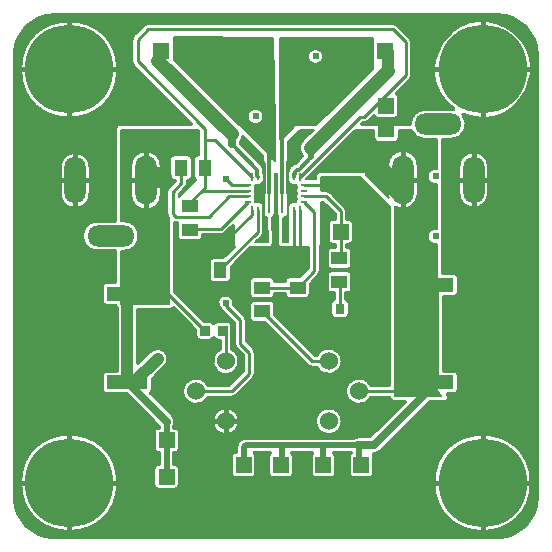
<source format=gtl>
G04 Layer: TopLayer*
G04 EasyEDA Pro v2.2.43.4, 2025-10-30 16:07:04*
G04 Gerber Generator version 0.3*
G04 Scale: 100 percent, Rotated: No, Reflected: No*
G04 Dimensions in millimeters*
G04 Leading zeros omitted, absolute positions, 4 integers and 5 decimals*
G04 Generated by one-click*
%FSLAX45Y45*%
%MOMM*%
%ADD10C,0.2032*%
%ADD11C,0.3*%
%ADD12C,0.4*%
%ADD13R,1.41X1.35001*%
%ADD14R,3.49999X1.2*%
%ADD15R,1.35001X1.41*%
%ADD16O,1.8X4.19999*%
%ADD17O,1.8X3.99999*%
%ADD18O,4.0094X1.8*%
%ADD19O,3.99999X1.8*%
%ADD20R,1.4X5.49999*%
%ADD21R,0.6X0.25001*%
%ADD22R,0.25001X0.65001*%
%ADD23R,0.25001X0.6*%
%ADD24R,0.25001X3.39999*%
%ADD25R,0.33X3.39999*%
%ADD26C,7.5*%
%ADD27R,1.37701X1.13254*%
%ADD28R,1.13254X1.37701*%
%ADD29R,0.8X0.9*%
%ADD30R,0.80648X0.86401*%
%ADD31C,1.524*%
%ADD32C,0.61*%
%ADD33C,1.0*%
%ADD34C,0.5*%
%ADD35C,0.7*%
%ADD36C,0.254*%
%ADD37C,1.8*%
%ADD38C,0.33*%
%ADD39C,1.2*%
G75*


G04 Copper Start*
G36*
G01X941430Y2017397D02*
G01X941430Y2464020D01*
G01X959974Y2464020D01*
G01X981822Y2465932D01*
G01X1003005Y2471608D01*
G01X1022881Y2480876D01*
G01X1040846Y2493455D01*
G01X1056353Y2508963D01*
G01X1068932Y2526927D01*
G01X1078201Y2546803D01*
G01X1083877Y2567987D01*
G01X1085788Y2589834D01*
G01X1083877Y2611682D01*
G01X1078201Y2632865D01*
G01X1068932Y2652741D01*
G01X1056353Y2670706D01*
G01X1040846Y2686213D01*
G01X1022881Y2698792D01*
G01X1003005Y2708061D01*
G01X981822Y2713737D01*
G01X959974Y2715648D01*
G01X941430Y2715648D01*
G01X941430Y3180166D01*
G01X1024186Y3180166D01*
G01X1024186Y2940166D01*
G01X1026097Y2918319D01*
G01X1031773Y2897135D01*
G01X1041042Y2877259D01*
G01X1053621Y2859295D01*
G01X1069128Y2843787D01*
G01X1087093Y2831208D01*
G01X1106969Y2821940D01*
G01X1128152Y2816264D01*
G01X1149999Y2814352D01*
G01X1171847Y2816264D01*
G01X1193030Y2821940D01*
G01X1212906Y2831208D01*
G01X1230871Y2843787D01*
G01X1246378Y2859295D01*
G01X1258957Y2877259D01*
G01X1268226Y2897135D01*
G01X1273902Y2918319D01*
G01X1275813Y2940166D01*
G01X1275813Y3180166D01*
G01X1273902Y3202013D01*
G01X1268226Y3223197D01*
G01X1258957Y3243073D01*
G01X1246378Y3261037D01*
G01X1230871Y3276545D01*
G01X1212906Y3289124D01*
G01X1193030Y3298392D01*
G01X1171847Y3304068D01*
G01X1149999Y3305980D01*
G01X1128152Y3304068D01*
G01X1106969Y3298392D01*
G01X1087093Y3289124D01*
G01X1069128Y3276545D01*
G01X1053621Y3261037D01*
G01X1041042Y3243073D01*
G01X1031773Y3223197D01*
G01X1026097Y3202013D01*
G01X1024186Y3180166D01*
G01X1024186Y3180166D01*
G01X941430Y3180166D01*
G01X941430Y3489843D01*
G01X1591551Y3489843D01*
G01X1601486Y3479908D01*
G01X1601486Y3271661D01*
G01X1589342Y3271661D01*
G01X1578275Y3269908D01*
G01X1568291Y3264821D01*
G01X1560368Y3256898D01*
G01X1555281Y3246914D01*
G01X1553528Y3235847D01*
G01X1553528Y3098146D01*
G01X1555073Y3087740D01*
G01X1559575Y3078232D01*
G01X1566646Y3070442D01*
G01X1575674Y3065043D01*
G01X1440808Y2930176D01*
G01X1434195Y2926453D01*
G01X1428515Y2921421D01*
G01X1428514Y2945918D01*
G01X1484305Y3001708D01*
G01X1492015Y3011756D01*
G01X1496861Y3023457D01*
G01X1498514Y3036013D01*
G01X1498514Y3062332D01*
G01X1502596Y3062332D01*
G01X1513663Y3064085D01*
G01X1523647Y3069172D01*
G01X1531570Y3077095D01*
G01X1536657Y3087079D01*
G01X1538410Y3098146D01*
G01X1538410Y3235847D01*
G01X1536657Y3246914D01*
G01X1531570Y3256898D01*
G01X1523647Y3264821D01*
G01X1513663Y3269908D01*
G01X1502596Y3271661D01*
G01X1389343Y3271661D01*
G01X1378276Y3269908D01*
G01X1368292Y3264821D01*
G01X1360369Y3256898D01*
G01X1355282Y3246914D01*
G01X1353529Y3235847D01*
G01X1353529Y3098146D01*
G01X1355282Y3087079D01*
G01X1360369Y3077095D01*
G01X1368292Y3069172D01*
G01X1378276Y3064085D01*
G01X1389343Y3062332D01*
G01X1401486Y3062332D01*
G01X1401486Y3056108D01*
G01X1345696Y3000318D01*
G01X1337986Y2990270D01*
G01X1333140Y2978570D01*
G01X1331486Y2966013D01*
G01X1331487Y2775401D01*
G01X1333140Y2762845D01*
G01X1337986Y2751144D01*
G01X1345696Y2741097D01*
G01X1347620Y2739173D01*
G01X1347620Y2017397D01*
G01X941430Y2017397D01*
G37*
G36*
G01X1945813Y3385458D02*
G01X1957277Y3400902D01*
G01X1965425Y3418324D01*
G01X1969930Y3437022D01*
G01X2143698Y3264807D01*
G01X2143698Y3126546D01*
G01X2142515Y3131172D01*
G01X2142515Y3151748D01*
G01X2140732Y3165288D01*
G01X2135506Y3177905D01*
G01X2127192Y3188739D01*
G01X1945813Y3370119D01*
G01X1945813Y3385458D01*
G37*
G36*
G01X2181849Y2535160D02*
G01X2073769Y2535160D01*
G01X2130317Y2591708D01*
G01X2138027Y2601756D01*
G01X2142873Y2613457D01*
G01X2144527Y2626013D01*
G01X2144527Y2810000D01*
G01X2144327Y2814394D01*
G01X2144327Y2840000D01*
G01X2142574Y2851068D01*
G01X2137487Y2861051D01*
G01X2129564Y2868975D01*
G01X2119580Y2874062D01*
G01X2108513Y2875814D01*
G01X2083512Y2875814D01*
G01X2077567Y2875317D01*
G01X2075814Y2876351D01*
G01X2075814Y2887495D01*
G01X2075246Y2893848D01*
G01X2073560Y2900000D01*
G01X2075246Y2906152D01*
G01X2075814Y2912506D01*
G01X2075814Y2937507D01*
G01X2075248Y2943854D01*
G01X2073565Y2950000D01*
G01X2075248Y2956146D01*
G01X2075814Y2962493D01*
G01X2075814Y2987494D01*
G01X2075246Y2993848D01*
G01X2073560Y3000000D01*
G01X2075246Y3006152D01*
G01X2075814Y3012506D01*
G01X2075814Y3023649D01*
G01X2077561Y3024680D01*
G01X2083487Y3024186D01*
G01X2108488Y3024186D01*
G01X2118295Y3025555D01*
G01X2127353Y3029558D01*
G01X2134969Y3035888D01*
G01X2140560Y3044061D01*
G01X2143698Y3053454D01*
G01X2143698Y2950000D01*
G01X2144708Y2939772D01*
G01X2147698Y2929939D01*
G01X2147698Y2780001D01*
G01X2149060Y2770216D01*
G01X2153044Y2761176D01*
G01X2159346Y2753568D01*
G01X2167487Y2747972D01*
G01X2176847Y2744812D01*
G01X2181849Y2535160D01*
G37*
G36*
G01X1946024Y3525441D02*
G01X1938462Y3531167D01*
G01X1929662Y3534707D01*
G01X1862715Y3601654D01*
G01X2011340Y3601654D01*
G01X2013267Y3585784D01*
G01X2018936Y3570836D01*
G01X2028017Y3557680D01*
G01X2039983Y3547079D01*
G01X2054139Y3539649D01*
G01X2069661Y3535823D01*
G01X2085647Y3535823D01*
G01X2101169Y3539649D01*
G01X2115325Y3547079D01*
G01X2127291Y3557680D01*
G01X2136372Y3570836D01*
G01X2142041Y3585784D01*
G01X2143968Y3601654D01*
G01X2142041Y3617524D01*
G01X2136372Y3632472D01*
G01X2127291Y3645628D01*
G01X2115325Y3656229D01*
G01X2101169Y3663659D01*
G01X2085647Y3667485D01*
G01X2069661Y3667485D01*
G01X2054139Y3663659D01*
G01X2039983Y3656229D01*
G01X2028017Y3645628D01*
G01X2018936Y3632472D01*
G01X2013267Y3617524D01*
G01X2011340Y3601654D01*
G01X2011340Y3601654D01*
G01X1862715Y3601654D01*
G01X1385160Y4079209D01*
G01X1385160Y4100000D01*
G01X1384409Y4103835D01*
G01X1384409Y4276293D01*
G01X2229972Y4265171D01*
G01X2239840Y3519052D01*
G01X2239840Y3224529D01*
G01X2210317Y3254052D01*
G01X2206793Y3264581D01*
G01X2200213Y3273525D01*
G01X1946024Y3525441D01*
G37*
G36*
G01X2290650Y3519657D02*
G01X2290000Y3568840D01*
G01X2290000Y4109654D01*
G01X2514500Y4109654D01*
G01X2516284Y4093821D01*
G01X2521546Y4078781D01*
G01X2530023Y4065290D01*
G01X2541290Y4054023D01*
G01X2554781Y4045546D01*
G01X2569821Y4040284D01*
G01X2585654Y4038500D01*
G01X2601487Y4040284D01*
G01X2616527Y4045546D01*
G01X2630018Y4054023D01*
G01X2641284Y4065290D01*
G01X2649762Y4078781D01*
G01X2655024Y4093821D01*
G01X2656808Y4109654D01*
G01X2655024Y4125487D01*
G01X2649762Y4140527D01*
G01X2641284Y4154018D01*
G01X2630018Y4165284D01*
G01X2616527Y4173762D01*
G01X2601487Y4179024D01*
G01X2585654Y4180808D01*
G01X2569821Y4179024D01*
G01X2554781Y4173762D01*
G01X2541290Y4165284D01*
G01X2530023Y4154018D01*
G01X2521546Y4140527D01*
G01X2516284Y4125487D01*
G01X2514500Y4109654D01*
G01X2514500Y4109654D01*
G01X2290000Y4109654D01*
G01X2290000Y4260200D01*
G01X3060000Y4260200D01*
G01X3060000Y4006213D01*
G01X2593787Y3540000D01*
G01X2425000Y3540000D01*
G01X2419260Y3538858D01*
G01X2414394Y3535607D01*
G01X2290654Y3411867D01*
G01X2290654Y3519120D01*
G01X2290650Y3519657D01*
G37*
G36*
G01X2310160Y2535160D02*
G01X2310160Y2744187D01*
G01X2316514Y2744187D01*
G01X2327581Y2745939D01*
G01X2337565Y2751026D01*
G01X2345488Y2758950D01*
G01X2350575Y2768933D01*
G01X2352328Y2780001D01*
G01X2352328Y2929939D01*
G01X2355318Y2939772D01*
G01X2356327Y2950000D01*
G01X2356327Y3053318D01*
G01X2359490Y3043963D01*
G01X2365087Y3035827D01*
G01X2372694Y3029529D01*
G01X2381731Y3025548D01*
G01X2391512Y3024186D01*
G01X2416514Y3024186D01*
G01X2422439Y3024680D01*
G01X2424186Y3023649D01*
G01X2424186Y3012506D01*
G01X2424754Y3006152D01*
G01X2426440Y3000000D01*
G01X2424754Y2993848D01*
G01X2424186Y2987494D01*
G01X2424186Y2962493D01*
G01X2424753Y2956146D01*
G01X2426435Y2950000D01*
G01X2424753Y2943854D01*
G01X2424186Y2937507D01*
G01X2424186Y2912506D01*
G01X2424754Y2906152D01*
G01X2426440Y2900000D01*
G01X2424754Y2893848D01*
G01X2424186Y2887495D01*
G01X2424186Y2876351D01*
G01X2422439Y2875321D01*
G01X2416514Y2875814D01*
G01X2391512Y2875814D01*
G01X2380445Y2874062D01*
G01X2370461Y2868975D01*
G01X2362538Y2861051D01*
G01X2357451Y2851068D01*
G01X2355698Y2840000D01*
G01X2355698Y2814394D01*
G01X2355499Y2810000D01*
G01X2355499Y2535160D01*
G01X2310160Y2535160D01*
G37*
G36*
G01X2356327Y3133182D02*
G01X2356327Y3386293D01*
G01X2458222Y3488187D01*
G01X2569107Y3488187D01*
G01X2482249Y3401330D01*
G01X2470238Y3386668D01*
G01X2461349Y3369928D01*
G01X2455928Y3351767D01*
G01X2454188Y3332893D01*
G01X2456198Y3314047D01*
G01X2461878Y3295964D01*
G01X2471007Y3279354D01*
G01X2483226Y3264865D01*
G01X2421985Y3203624D01*
G01X2410758Y3200962D01*
G01X2400387Y3195902D01*
G01X2391377Y3188693D01*
G01X2372808Y3170123D01*
G01X2364930Y3160029D01*
G01X2359740Y3148323D01*
G01X2357549Y3135708D01*
G01X2356327Y3133182D01*
G37*
G36*
G01X2508629Y3073520D02*
G01X2923296Y3488187D01*
G01X3082794Y3488187D01*
G01X3082794Y3421497D01*
G01X3084547Y3410430D01*
G01X3089634Y3400446D01*
G01X3097557Y3392523D01*
G01X3107541Y3387436D01*
G01X3118608Y3385683D01*
G01X3253609Y3385683D01*
G01X3264676Y3387436D01*
G01X3274660Y3392523D01*
G01X3282583Y3400446D01*
G01X3287670Y3410430D01*
G01X3289423Y3421497D01*
G01X3289423Y3488187D01*
G01X3398312Y3488187D01*
G01X3407925Y3469147D01*
G01X3420615Y3452005D01*
G01X3436020Y3437252D01*
G01X3453694Y3425313D01*
G01X3473132Y3416532D01*
G01X3493773Y3411160D01*
G01X3515026Y3409352D01*
G01X3615640Y3409352D01*
G01X3615640Y3158476D01*
G01X3600964Y3159964D01*
G01X3586321Y3158171D01*
G01X3572438Y3153185D01*
G01X3560000Y3145253D01*
G01X3549624Y3134768D01*
G01X3541822Y3122249D01*
G01X3536981Y3108314D01*
G01X3535340Y3093654D01*
G01X3536981Y3078994D01*
G01X3541822Y3065059D01*
G01X3549624Y3052540D01*
G01X3560000Y3042054D01*
G01X3572438Y3034123D01*
G01X3586321Y3029137D01*
G01X3600964Y3027343D01*
G01X3615640Y3028832D01*
G01X3615640Y2650476D01*
G01X3600964Y2651964D01*
G01X3586321Y2650171D01*
G01X3572438Y2645185D01*
G01X3560000Y2637253D01*
G01X3549624Y2626768D01*
G01X3541822Y2614249D01*
G01X3536981Y2600314D01*
G01X3535340Y2585654D01*
G01X3536981Y2570994D01*
G01X3541822Y2557059D01*
G01X3549624Y2544540D01*
G01X3560000Y2534054D01*
G01X3572438Y2526123D01*
G01X3586321Y2521137D01*
G01X3600964Y2519343D01*
G01X3615640Y2520832D01*
G01X3615640Y1274200D01*
G01X3616413Y1270312D01*
G01X3618616Y1267016D01*
G01X3650472Y1235160D01*
G01X3260160Y1235160D01*
G01X3260160Y2837016D01*
G01X3280042Y2827328D01*
G01X3301314Y2821270D01*
G01X3323317Y2819032D01*
G01X3345373Y2820681D01*
G01X3366799Y2826167D01*
G01X3386933Y2835320D01*
G01X3405154Y2847857D01*
G01X3420897Y2863391D01*
G01X3433677Y2881442D01*
G01X3443099Y2901452D01*
G01X3448871Y2922803D01*
G01X3450815Y2944834D01*
G01X3450815Y3184834D01*
G01X3448903Y3206681D01*
G01X3443227Y3227865D01*
G01X3433959Y3247741D01*
G01X3421380Y3265705D01*
G01X3405872Y3281213D01*
G01X3387908Y3293792D01*
G01X3368032Y3303060D01*
G01X3346848Y3308736D01*
G01X3325001Y3310648D01*
G01X3303153Y3308736D01*
G01X3281970Y3303060D01*
G01X3262094Y3293792D01*
G01X3244129Y3281213D01*
G01X3228622Y3265705D01*
G01X3216043Y3247741D01*
G01X3206774Y3227865D01*
G01X3201098Y3206681D01*
G01X3199187Y3184834D01*
G01X3199187Y2944834D01*
G01X3200396Y2927434D01*
G01X3204000Y2910369D01*
G01X3010160Y3104209D01*
G01X3010160Y3125000D01*
G01X3008799Y3130080D01*
G01X3005080Y3133799D01*
G01X3000000Y3135160D01*
G01X2625000Y3135160D01*
G01X2621112Y3134387D01*
G01X2617816Y3132184D01*
G01X2592816Y3107184D01*
G01X2590614Y3103888D01*
G01X2589840Y3100000D01*
G01X2589840Y3073520D01*
G01X2508629Y3073520D01*
G37*
G36*
G01X40654Y4130000D02*
G01X42458Y4164426D01*
G01X47851Y4198475D01*
G01X56773Y4231773D01*
G01X69127Y4263957D01*
G01X84778Y4294673D01*
G01X103553Y4323585D01*
G01X125248Y4350375D01*
G01X149624Y4374752D01*
G01X176415Y4396446D01*
G01X205327Y4415222D01*
G01X236043Y4430872D01*
G01X268226Y4443227D01*
G01X301525Y4452149D01*
G01X335574Y4457542D01*
G01X370000Y4459346D01*
G01X4130000Y4459346D01*
G01X4164426Y4457542D01*
G01X4198475Y4452149D01*
G01X4231773Y4443227D01*
G01X4263957Y4430872D01*
G01X4294673Y4415222D01*
G01X4323585Y4396446D01*
G01X4350375Y4374752D01*
G01X4374752Y4350375D01*
G01X4396446Y4323585D01*
G01X4415222Y4294673D01*
G01X4430872Y4263957D01*
G01X4443227Y4231773D01*
G01X4452149Y4198475D01*
G01X4457542Y4164426D01*
G01X4459346Y4130000D01*
G01X4459346Y370000D01*
G01X4457542Y335574D01*
G01X4452149Y301525D01*
G01X4443227Y268226D01*
G01X4430872Y236043D01*
G01X4415222Y205327D01*
G01X4396446Y176415D01*
G01X4374752Y149624D01*
G01X4350375Y125248D01*
G01X4323585Y103553D01*
G01X4294673Y84778D01*
G01X4263957Y69127D01*
G01X4231773Y56773D01*
G01X4198475Y47851D01*
G01X4164426Y42458D01*
G01X4130000Y40654D01*
G01X370000Y40654D01*
G01X335574Y42458D01*
G01X301525Y47851D01*
G01X268226Y56773D01*
G01X236043Y69127D01*
G01X205327Y84778D01*
G01X176415Y103553D01*
G01X149624Y125248D01*
G01X125248Y149624D01*
G01X103553Y176415D01*
G01X84778Y205327D01*
G01X69127Y236043D01*
G01X56773Y268226D01*
G01X47851Y301525D01*
G01X42458Y335574D01*
G01X40654Y370000D01*
G01X40654Y500000D01*
G01X84346Y500000D01*
G01X86348Y459259D01*
G01X92333Y418910D01*
G01X102244Y379342D01*
G01X115986Y340936D01*
G01X133426Y304062D01*
G01X154396Y269075D01*
G01X178695Y236312D01*
G01X206088Y206088D01*
G01X236312Y178695D01*
G01X269075Y154396D01*
G01X304062Y133426D01*
G01X340936Y115986D01*
G01X379342Y102244D01*
G01X418910Y92333D01*
G01X459259Y86348D01*
G01X500000Y84346D01*
G01X540741Y86348D01*
G01X581090Y92333D01*
G01X620658Y102244D01*
G01X659064Y115986D01*
G01X695938Y133426D01*
G01X730925Y154396D01*
G01X763688Y178695D01*
G01X793912Y206088D01*
G01X821305Y236312D01*
G01X845604Y269075D01*
G01X866574Y304062D01*
G01X884014Y340936D01*
G01X897756Y379342D01*
G01X907667Y418910D01*
G01X913653Y459259D01*
G01X915654Y500000D01*
G01X913653Y540741D01*
G01X907667Y581090D01*
G01X897756Y620658D01*
G01X884014Y659064D01*
G01X866574Y695938D01*
G01X845604Y730925D01*
G01X821305Y763688D01*
G01X793912Y793912D01*
G01X763688Y821305D01*
G01X730925Y845604D01*
G01X695938Y866574D01*
G01X659064Y884014D01*
G01X620658Y897756D01*
G01X581090Y907667D01*
G01X540741Y913653D01*
G01X500000Y915654D01*
G01X459259Y913653D01*
G01X418910Y907667D01*
G01X379342Y897756D01*
G01X340936Y884014D01*
G01X304062Y866574D01*
G01X269075Y845604D01*
G01X236312Y821305D01*
G01X206088Y793912D01*
G01X178695Y763688D01*
G01X154396Y730925D01*
G01X133426Y695938D01*
G01X115986Y659064D01*
G01X102244Y620658D01*
G01X92333Y581090D01*
G01X86348Y540741D01*
G01X84346Y500000D01*
G01X84346Y500000D01*
G01X40654Y500000D01*
G01X40654Y2589834D01*
G01X609321Y2589834D01*
G01X611306Y2567146D01*
G01X617200Y2545148D01*
G01X626825Y2524507D01*
G01X639888Y2505852D01*
G01X655992Y2489748D01*
G01X674648Y2476685D01*
G01X695289Y2467060D01*
G01X717287Y2461165D01*
G01X739975Y2459181D01*
G01X890616Y2459181D01*
G01X890616Y2200667D01*
G01X816998Y2200667D01*
G01X804435Y2198677D01*
G01X793102Y2192902D01*
G01X784108Y2183909D01*
G01X778333Y2172575D01*
G01X776344Y2160013D01*
G01X776344Y2040013D01*
G01X778333Y2027450D01*
G01X784108Y2016117D01*
G01X793102Y2007123D01*
G01X804435Y2001349D01*
G01X816998Y1999359D01*
G01X891387Y1999359D01*
G01X895010Y1988853D01*
G01X901343Y1979721D01*
G01X901343Y1979721D01*
G01X901343Y1450667D01*
G01X816998Y1450667D01*
G01X804435Y1448677D01*
G01X793102Y1442902D01*
G01X784108Y1433908D01*
G01X778333Y1422575D01*
G01X776344Y1410013D01*
G01X776344Y1290013D01*
G01X778333Y1277450D01*
G01X784108Y1266117D01*
G01X793102Y1257123D01*
G01X804435Y1251349D01*
G01X816998Y1249359D01*
G01X985660Y1249359D01*
G01X1259346Y975673D01*
G01X1259346Y967469D01*
G01X1255787Y967469D01*
G01X1243225Y965480D01*
G01X1231892Y959705D01*
G01X1222898Y950711D01*
G01X1217123Y939378D01*
G01X1215133Y926816D01*
G01X1215133Y791815D01*
G01X1217123Y779252D01*
G01X1222898Y767919D01*
G01X1231892Y758925D01*
G01X1243225Y753150D01*
G01X1255787Y751161D01*
G01X1259346Y751161D01*
G01X1259346Y658154D01*
G01X1254500Y658154D01*
G01X1241937Y656165D01*
G01X1230604Y650390D01*
G01X1221610Y641396D01*
G01X1215835Y630063D01*
G01X1213846Y617500D01*
G01X1213846Y482499D01*
G01X1215835Y469937D01*
G01X1221610Y458604D01*
G01X1230604Y449610D01*
G01X1241937Y443835D01*
G01X1254500Y441845D01*
G01X1395500Y441845D01*
G01X1408063Y443835D01*
G01X1419396Y449610D01*
G01X1428390Y458604D01*
G01X1434164Y469937D01*
G01X1436154Y482499D01*
G01X1436154Y500000D01*
G01X3584346Y500000D01*
G01X3586348Y459259D01*
G01X3592333Y418910D01*
G01X3602244Y379342D01*
G01X3615986Y340936D01*
G01X3633426Y304062D01*
G01X3654396Y269075D01*
G01X3678695Y236312D01*
G01X3706088Y206088D01*
G01X3736312Y178695D01*
G01X3769075Y154396D01*
G01X3804062Y133426D01*
G01X3840936Y115986D01*
G01X3879342Y102244D01*
G01X3918910Y92333D01*
G01X3959259Y86348D01*
G01X4000000Y84346D01*
G01X4040741Y86348D01*
G01X4081090Y92333D01*
G01X4120658Y102244D01*
G01X4159064Y115986D01*
G01X4195938Y133426D01*
G01X4230925Y154396D01*
G01X4263688Y178695D01*
G01X4293912Y206088D01*
G01X4321305Y236312D01*
G01X4345604Y269075D01*
G01X4366574Y304062D01*
G01X4384014Y340936D01*
G01X4397756Y379342D01*
G01X4407667Y418910D01*
G01X4413653Y459259D01*
G01X4415654Y500000D01*
G01X4413653Y540741D01*
G01X4407667Y581090D01*
G01X4397756Y620658D01*
G01X4384014Y659064D01*
G01X4366574Y695938D01*
G01X4345604Y730925D01*
G01X4321305Y763688D01*
G01X4293912Y793912D01*
G01X4263688Y821305D01*
G01X4230925Y845604D01*
G01X4195938Y866574D01*
G01X4159064Y884014D01*
G01X4120658Y897756D01*
G01X4081090Y907667D01*
G01X4040741Y913653D01*
G01X4000000Y915654D01*
G01X3959259Y913653D01*
G01X3918910Y907667D01*
G01X3879342Y897756D01*
G01X3840936Y884014D01*
G01X3804062Y866574D01*
G01X3769075Y845604D01*
G01X3736312Y821305D01*
G01X3706088Y793912D01*
G01X3678695Y763688D01*
G01X3654396Y730925D01*
G01X3633426Y695938D01*
G01X3615986Y659064D01*
G01X3602244Y620658D01*
G01X3592333Y581090D01*
G01X3586348Y540741D01*
G01X3584346Y500000D01*
G01X3584346Y500000D01*
G01X1436154Y500000D01*
G01X1436154Y617500D01*
G01X1434164Y630063D01*
G01X1428390Y641396D01*
G01X1419396Y650390D01*
G01X1408063Y656165D01*
G01X1395500Y658154D01*
G01X1390654Y658154D01*
G01X1390654Y751161D01*
G01X1396788Y751161D01*
G01X1409351Y753150D01*
G01X1420684Y758925D01*
G01X1429678Y767919D01*
G01X1435452Y779252D01*
G01X1437442Y791815D01*
G01X1437442Y926816D01*
G01X1435452Y939378D01*
G01X1429678Y950711D01*
G01X1420684Y959705D01*
G01X1409351Y965480D01*
G01X1396788Y967469D01*
G01X1390654Y967469D01*
G01X1390654Y979419D01*
G01X1397221Y994477D01*
G01X1400382Y1010597D01*
G01X1399989Y1027020D01*
G01X1398816Y1031782D01*
G01X1710645Y1031782D01*
G01X1710645Y1010218D01*
G01X1714607Y989021D01*
G01X1722397Y968914D01*
G01X1733749Y950580D01*
G01X1748276Y934644D01*
G01X1765484Y921649D01*
G01X1784788Y912037D01*
G01X1805528Y906136D01*
G01X1827000Y904146D01*
G01X1827000Y904146D01*
G01X1848472Y906136D01*
G01X1869213Y912037D01*
G01X1888516Y921649D01*
G01X1905724Y934644D01*
G01X1920252Y950580D01*
G01X1931604Y968914D01*
G01X1939393Y989021D01*
G01X1943356Y1010218D01*
G01X1943356Y1031782D01*
G01X1943356Y1031782D01*
G01X2581645Y1031782D01*
G01X2581645Y1010218D01*
G01X2585607Y989021D01*
G01X2593397Y968914D01*
G01X2604749Y950580D01*
G01X2619276Y934644D01*
G01X2636484Y921649D01*
G01X2655788Y912037D01*
G01X2676528Y906136D01*
G01X2698000Y904146D01*
G01X2719472Y906136D01*
G01X2740213Y912037D01*
G01X2759516Y921649D01*
G01X2776724Y934644D01*
G01X2791252Y950580D01*
G01X2802603Y968914D01*
G01X2810393Y989021D01*
G01X2814356Y1010218D01*
G01X2814356Y1031782D01*
G01X2810393Y1052979D01*
G01X2802603Y1073086D01*
G01X2791252Y1091420D01*
G01X2776724Y1107356D01*
G01X2759516Y1120351D01*
G01X2740213Y1129963D01*
G01X2719472Y1135864D01*
G01X2698000Y1137854D01*
G01X2698000Y1137854D01*
G01X2676528Y1135864D01*
G01X2655788Y1129963D01*
G01X2636484Y1120351D01*
G01X2619276Y1107356D01*
G01X2604749Y1091420D01*
G01X2593397Y1073086D01*
G01X2585607Y1052979D01*
G01X2581645Y1031782D01*
G01X1943356Y1031782D01*
G01X1939393Y1052979D01*
G01X1931604Y1073086D01*
G01X1920252Y1091420D01*
G01X1905724Y1107356D01*
G01X1888516Y1120351D01*
G01X1869213Y1129963D01*
G01X1848472Y1135864D01*
G01X1827000Y1137854D01*
G01X1805528Y1135864D01*
G01X1784788Y1129963D01*
G01X1765484Y1120351D01*
G01X1748276Y1107356D01*
G01X1733749Y1091420D01*
G01X1722397Y1073086D01*
G01X1714607Y1052979D01*
G01X1710645Y1031782D01*
G01X1398816Y1031782D01*
G01X1396061Y1042970D01*
G01X1388782Y1057697D01*
G01X1378496Y1070505D01*
G01X1191459Y1257542D01*
G01X1200160Y1266499D01*
G01X1204400Y1275000D01*
G01X1456146Y1275000D01*
G01X1457989Y1254329D01*
G01X1463459Y1234311D01*
G01X1472384Y1215575D01*
G01X1484483Y1198714D01*
G01X1499373Y1184259D01*
G01X1516586Y1172666D01*
G01X1535578Y1164300D01*
G01X1555750Y1159426D01*
G01X1576466Y1158197D01*
G01X1597073Y1160653D01*
G01X1616921Y1166714D01*
G01X1635383Y1176191D01*
G01X1651878Y1188785D01*
G01X1665885Y1204097D01*
G01X1676963Y1221646D01*
G01X1875000Y1221646D01*
G01X1888809Y1223464D01*
G01X1901677Y1228794D01*
G01X1912727Y1237273D01*
G01X2062727Y1387273D01*
G01X2071206Y1398323D01*
G01X2076536Y1411191D01*
G01X2078354Y1425000D01*
G01X2078354Y1600400D01*
G01X2076536Y1614209D01*
G01X2071206Y1627077D01*
G01X2062727Y1638127D01*
G01X2003354Y1697500D01*
G01X2003354Y1875000D01*
G01X2001536Y1888809D01*
G01X1996206Y1901677D01*
G01X1987727Y1912727D01*
G01X1893759Y2006695D01*
G01X1894006Y2008306D01*
G01X2024698Y2008306D01*
G01X2024698Y1895053D01*
G01X2026688Y1882490D01*
G01X2032462Y1871157D01*
G01X2041456Y1862163D01*
G01X2052789Y1856389D01*
G01X2065352Y1854399D01*
G01X2156029Y1854399D01*
G01X2519155Y1491273D01*
G01X2519155Y1491273D01*
G01X2530205Y1482794D01*
G01X2543073Y1477464D01*
G01X2556882Y1475646D01*
G01X2594038Y1475646D01*
G01X2605115Y1458097D01*
G01X2619122Y1442785D01*
G01X2635617Y1430191D01*
G01X2654079Y1420714D01*
G01X2673927Y1414653D01*
G01X2694534Y1412197D01*
G01X2715250Y1413426D01*
G01X2735422Y1418300D01*
G01X2754414Y1426666D01*
G01X2771627Y1438259D01*
G01X2786517Y1452714D01*
G01X2798616Y1469575D01*
G01X2807541Y1488311D01*
G01X2813011Y1508329D01*
G01X2814854Y1529000D01*
G01X2813011Y1549671D01*
G01X2807541Y1569690D01*
G01X2798616Y1588425D01*
G01X2786517Y1605286D01*
G01X2771627Y1619741D01*
G01X2754414Y1631334D01*
G01X2735422Y1639700D01*
G01X2715250Y1644574D01*
G01X2694534Y1645803D01*
G01X2673927Y1643347D01*
G01X2654079Y1637286D01*
G01X2635617Y1627809D01*
G01X2619122Y1615215D01*
G01X2605115Y1599903D01*
G01X2594038Y1582354D01*
G01X2578982Y1582354D01*
G01X2243707Y1917629D01*
G01X2243707Y2008306D01*
G01X2241717Y2020869D01*
G01X2235942Y2032202D01*
G01X2226949Y2041196D01*
G01X2215616Y2046971D01*
G01X2203053Y2048960D01*
G01X2065352Y2048960D01*
G01X2052789Y2046971D01*
G01X2041456Y2041196D01*
G01X2032462Y2032202D01*
G01X2026688Y2020869D01*
G01X2024698Y2008306D01*
G01X1894006Y2008306D01*
G01X1896086Y2021881D01*
G01X1895098Y2037213D01*
G01X1890843Y2051975D01*
G01X1883518Y2065480D01*
G01X1873464Y2077097D01*
G01X1861152Y2086286D01*
G01X1847154Y2092617D01*
G01X1832123Y2095797D01*
G01X1816760Y2095675D01*
G01X1801781Y2092259D01*
G01X1787885Y2085707D01*
G01X1775719Y2076325D01*
G01X1765851Y2064550D01*
G01X1758740Y2050932D01*
G01X1754718Y2036104D01*
G01X1753973Y2020759D01*
G01X1756539Y2005611D01*
G01X1762297Y1991367D01*
G01X1770978Y1978692D01*
G01X1782177Y1968175D01*
G01X1787273Y1962273D01*
G01X1896646Y1852900D01*
G01X1896646Y1852900D01*
G01X1896646Y1675400D01*
G01X1898464Y1661591D01*
G01X1903794Y1648723D01*
G01X1912273Y1637673D01*
G01X1971646Y1578300D01*
G01X1971646Y1447100D01*
G01X1852900Y1328354D01*
G01X1676963Y1328354D01*
G01X1665885Y1345903D01*
G01X1651878Y1361215D01*
G01X1635383Y1373809D01*
G01X1616921Y1383286D01*
G01X1597073Y1389347D01*
G01X1576466Y1391803D01*
G01X1555750Y1390574D01*
G01X1535578Y1385700D01*
G01X1516586Y1377334D01*
G01X1499373Y1365741D01*
G01X1484483Y1351286D01*
G01X1472384Y1334425D01*
G01X1463459Y1315689D01*
G01X1457989Y1295671D01*
G01X1456146Y1275000D01*
G01X1204400Y1275000D01*
G01X1205733Y1277674D01*
G01X1207651Y1290013D01*
G01X1207651Y1379447D01*
G01X1314102Y1485898D01*
G01X1326029Y1500626D01*
G01X1334633Y1517512D01*
G01X1339538Y1535818D01*
G01X1340530Y1554744D01*
G01X1337565Y1573463D01*
G01X1330773Y1591156D01*
G01X1320451Y1607050D01*
G01X1307050Y1620451D01*
G01X1291156Y1630773D01*
G01X1273463Y1637565D01*
G01X1254745Y1640530D01*
G01X1235819Y1639538D01*
G01X1217513Y1634633D01*
G01X1200626Y1626029D01*
G01X1185898Y1614102D01*
G01X1082651Y1510855D01*
G01X1082651Y1966583D01*
G01X1357780Y1966583D01*
G01X1367656Y1967801D01*
G01X1376940Y1971382D01*
G01X1385077Y1977111D01*
G01X1568043Y1794145D01*
G01X1568043Y1745420D01*
G01X1570033Y1732858D01*
G01X1575807Y1721525D01*
G01X1584801Y1712531D01*
G01X1596134Y1706756D01*
G01X1608697Y1704766D01*
G01X1689345Y1704766D01*
G01X1699773Y1706127D01*
G01X1709504Y1710117D01*
G01X1717886Y1716470D01*
G01X1724357Y1724760D01*
G01X1730829Y1716470D01*
G01X1739210Y1710117D01*
G01X1748941Y1706127D01*
G01X1759370Y1704766D01*
G01X1773646Y1704766D01*
G01X1773646Y1632963D01*
G01X1756097Y1621885D01*
G01X1740785Y1607878D01*
G01X1728191Y1591383D01*
G01X1718714Y1572921D01*
G01X1712653Y1553073D01*
G01X1710198Y1532466D01*
G01X1711426Y1511750D01*
G01X1716300Y1491578D01*
G01X1724666Y1472586D01*
G01X1736259Y1455373D01*
G01X1750714Y1440483D01*
G01X1767575Y1428384D01*
G01X1786311Y1419459D01*
G01X1806329Y1413989D01*
G01X1827000Y1412146D01*
G01X1847671Y1413989D01*
G01X1867690Y1419459D01*
G01X1886425Y1428384D01*
G01X1903286Y1440483D01*
G01X1917741Y1455373D01*
G01X1929334Y1472586D01*
G01X1937700Y1491578D01*
G01X1942574Y1511750D01*
G01X1943803Y1532466D01*
G01X1941348Y1553073D01*
G01X1935286Y1572921D01*
G01X1925809Y1591383D01*
G01X1913216Y1607878D01*
G01X1897903Y1621885D01*
G01X1880354Y1632963D01*
G01X1880354Y1740352D01*
G01X1880671Y1745420D01*
G01X1880671Y1831821D01*
G01X1878682Y1844384D01*
G01X1872907Y1855717D01*
G01X1863913Y1864711D01*
G01X1852580Y1870485D01*
G01X1840017Y1872475D01*
G01X1759370Y1872475D01*
G01X1748941Y1871115D01*
G01X1739210Y1867125D01*
G01X1730829Y1860772D01*
G01X1724357Y1852482D01*
G01X1717886Y1860772D01*
G01X1709504Y1867125D01*
G01X1699773Y1871115D01*
G01X1689345Y1872475D01*
G01X1640620Y1872475D01*
G01X1398434Y2114662D01*
G01X1398434Y2697104D01*
G01X1405401Y2696647D01*
G01X1414317Y2696647D01*
G01X1414317Y2584029D01*
G01X1416307Y2571466D01*
G01X1422081Y2560133D01*
G01X1431075Y2551139D01*
G01X1442408Y2545364D01*
G01X1454971Y2543375D01*
G01X1592672Y2543375D01*
G01X1605235Y2545364D01*
G01X1616568Y2551139D01*
G01X1625562Y2560133D01*
G01X1631336Y2571466D01*
G01X1633326Y2584029D01*
G01X1633326Y2596646D01*
G01X1785007Y2596646D01*
G01X1798816Y2598464D01*
G01X1811684Y2603794D01*
G01X1822734Y2612273D01*
G01X1884346Y2673886D01*
G01X1884346Y2525000D01*
G01X1885418Y2515727D01*
G01X1888577Y2506942D01*
G01X1893656Y2499110D01*
G01X1804118Y2409572D01*
G01X1721875Y2409572D01*
G01X1709313Y2407583D01*
G01X1697980Y2401808D01*
G01X1688986Y2392814D01*
G01X1683211Y2381481D01*
G01X1681221Y2368918D01*
G01X1681221Y2231217D01*
G01X1683211Y2218655D01*
G01X1688986Y2207321D01*
G01X1697980Y2198328D01*
G01X1709313Y2192553D01*
G01X1721875Y2190563D01*
G01X1835129Y2190563D01*
G01X1847692Y2192553D01*
G01X1859025Y2198328D01*
G01X1868019Y2207321D01*
G01X1873793Y2218655D01*
G01X1875783Y2231217D01*
G01X1875783Y2330329D01*
G01X2029800Y2484346D01*
G01X2192254Y2484346D01*
G01X2202932Y2485773D01*
G01X2212861Y2489955D01*
G01X2221342Y2496598D01*
G01X2227781Y2505235D01*
G01X2231725Y2515261D01*
G01X2232897Y2525970D01*
G01X2227691Y2744155D01*
G01X2236554Y2750565D01*
G01X2243387Y2759107D01*
G01X2247695Y2769161D01*
G01X2249167Y2780001D01*
G01X2249167Y2928996D01*
G01X2250013Y2931278D01*
G01X2250859Y2928996D01*
G01X2250859Y2780001D01*
G01X2251832Y2771155D01*
G01X2254708Y2762734D01*
G01X2259346Y2755140D01*
G01X2259346Y2525000D01*
G01X2261336Y2512437D01*
G01X2267110Y2501104D01*
G01X2276104Y2492110D01*
G01X2287437Y2486336D01*
G01X2300000Y2484346D01*
G01X2521646Y2484346D01*
G01X2521646Y2315919D01*
G01X2456029Y2250302D01*
G01X2365352Y2250302D01*
G01X2352789Y2248312D01*
G01X2341456Y2242537D01*
G01X2332462Y2233543D01*
G01X2326687Y2222210D01*
G01X2324698Y2209648D01*
G01X2324698Y2205033D01*
G01X2243707Y2205033D01*
G01X2243707Y2208306D01*
G01X2241717Y2220869D01*
G01X2235942Y2232202D01*
G01X2226949Y2241196D01*
G01X2215616Y2246970D01*
G01X2203053Y2248960D01*
G01X2065352Y2248960D01*
G01X2052789Y2246970D01*
G01X2041456Y2241196D01*
G01X2032462Y2232202D01*
G01X2026688Y2220869D01*
G01X2024698Y2208306D01*
G01X2024698Y2095052D01*
G01X2026688Y2082490D01*
G01X2032462Y2071157D01*
G01X2041456Y2062163D01*
G01X2052789Y2056388D01*
G01X2065352Y2054398D01*
G01X2203053Y2054398D01*
G01X2215616Y2056388D01*
G01X2226949Y2062163D01*
G01X2235942Y2071157D01*
G01X2241717Y2082490D01*
G01X2243707Y2095052D01*
G01X2243707Y2098325D01*
G01X2324698Y2098325D01*
G01X2324698Y2096394D01*
G01X2326687Y2083831D01*
G01X2332462Y2072498D01*
G01X2341456Y2063504D01*
G01X2352789Y2057730D01*
G01X2365352Y2055740D01*
G01X2503053Y2055740D01*
G01X2515615Y2057730D01*
G01X2526948Y2063504D01*
G01X2535942Y2072498D01*
G01X2541717Y2083831D01*
G01X2543707Y2096394D01*
G01X2543707Y2187071D01*
G01X2612727Y2256092D01*
G01X2614219Y2258036D01*
G01X2678932Y2258036D01*
G01X2678932Y2144783D01*
G01X2680921Y2132220D01*
G01X2686696Y2120887D01*
G01X2695690Y2111893D01*
G01X2707023Y2106119D01*
G01X2719586Y2104129D01*
G01X2739740Y2104129D01*
G01X2739740Y2056625D01*
G01X2728694Y2050745D01*
G01X2719960Y2041784D01*
G01X2714366Y2030591D01*
G01X2712440Y2018227D01*
G01X2712440Y2018227D01*
G01X2712440Y1928227D01*
G01X2714430Y1915664D01*
G01X2720204Y1904331D01*
G01X2729198Y1895337D01*
G01X2740531Y1889563D01*
G01X2753094Y1887573D01*
G01X2833094Y1887573D01*
G01X2845656Y1889563D01*
G01X2856989Y1895337D01*
G01X2865983Y1904331D01*
G01X2871758Y1915664D01*
G01X2873748Y1928227D01*
G01X2873748Y2018227D01*
G01X2871822Y2030591D01*
G01X2866227Y2041784D01*
G01X2857493Y2050745D01*
G01X2846448Y2056625D01*
G01X2846448Y2104129D01*
G01X2857287Y2104129D01*
G01X2869849Y2106119D01*
G01X2881182Y2111893D01*
G01X2890176Y2120887D01*
G01X2895951Y2132220D01*
G01X2897941Y2144783D01*
G01X2897941Y2258036D01*
G01X2895951Y2270599D01*
G01X2890176Y2281932D01*
G01X2881182Y2290926D01*
G01X2869849Y2296701D01*
G01X2857287Y2298690D01*
G01X2719586Y2298690D01*
G01X2707023Y2296701D01*
G01X2695690Y2290926D01*
G01X2686696Y2281932D01*
G01X2680921Y2270599D01*
G01X2678932Y2258036D01*
G01X2614219Y2258036D01*
G01X2621206Y2267142D01*
G01X2626536Y2280010D01*
G01X2628354Y2293819D01*
G01X2628354Y2495866D01*
G01X2635022Y2504355D01*
G01X2639221Y2514301D01*
G01X2640654Y2525000D01*
G01X2640654Y2871653D01*
G01X2652894Y2871653D01*
G01X2746646Y2777900D01*
G01X2746646Y2733155D01*
G01X2729500Y2733155D01*
G01X2716937Y2731165D01*
G01X2705604Y2725390D01*
G01X2696610Y2716396D01*
G01X2690836Y2705063D01*
G01X2688846Y2692501D01*
G01X2688846Y2557500D01*
G01X2690836Y2544937D01*
G01X2696610Y2533604D01*
G01X2705604Y2524610D01*
G01X2716937Y2518835D01*
G01X2729500Y2516846D01*
G01X2746646Y2516846D01*
G01X2746646Y2498690D01*
G01X2719586Y2498690D01*
G01X2707023Y2496700D01*
G01X2695690Y2490926D01*
G01X2686696Y2481932D01*
G01X2680921Y2470599D01*
G01X2678932Y2458036D01*
G01X2678932Y2344782D01*
G01X2680921Y2332220D01*
G01X2686696Y2320887D01*
G01X2695690Y2311893D01*
G01X2707023Y2306118D01*
G01X2719586Y2304128D01*
G01X2857287Y2304128D01*
G01X2869849Y2306118D01*
G01X2881182Y2311893D01*
G01X2890176Y2320887D01*
G01X2895951Y2332220D01*
G01X2897941Y2344782D01*
G01X2897941Y2458036D01*
G01X2895951Y2470599D01*
G01X2890176Y2481932D01*
G01X2881182Y2490926D01*
G01X2869849Y2496700D01*
G01X2857287Y2498690D01*
G01X2853354Y2498690D01*
G01X2853354Y2516846D01*
G01X2870500Y2516846D01*
G01X2883063Y2518835D01*
G01X2894396Y2524610D01*
G01X2903390Y2533604D01*
G01X2909165Y2544937D01*
G01X2911154Y2557500D01*
G01X2911154Y2692501D01*
G01X2909165Y2705063D01*
G01X2903390Y2716396D01*
G01X2894396Y2725390D01*
G01X2883063Y2731165D01*
G01X2870500Y2733155D01*
G01X2853354Y2733155D01*
G01X2853354Y2800000D01*
G01X2851536Y2813809D01*
G01X2846206Y2826677D01*
G01X2837727Y2837727D01*
G01X2712721Y2962734D01*
G01X2701671Y2971212D01*
G01X2688803Y2976543D01*
G01X2674994Y2978361D01*
G01X2640654Y2978361D01*
G01X2640654Y3083161D01*
G01X2641840Y3084346D01*
G01X2962481Y3084346D01*
G01X2966227Y3077371D01*
G01X2971253Y3071253D01*
G01X3209346Y2833161D01*
G01X3209346Y1328354D01*
G01X3055963Y1328354D01*
G01X3044885Y1345903D01*
G01X3030878Y1361215D01*
G01X3014383Y1373809D01*
G01X2995921Y1383286D01*
G01X2976073Y1389347D01*
G01X2955466Y1391803D01*
G01X2934750Y1390574D01*
G01X2914578Y1385700D01*
G01X2895586Y1377334D01*
G01X2878373Y1365741D01*
G01X2863483Y1351286D01*
G01X2851384Y1334425D01*
G01X2842459Y1315690D01*
G01X2836989Y1295671D01*
G01X2835146Y1275000D01*
G01X2836989Y1254329D01*
G01X2842459Y1234311D01*
G01X2851384Y1215575D01*
G01X2863483Y1198714D01*
G01X2878373Y1184259D01*
G01X2895586Y1172666D01*
G01X2914578Y1164300D01*
G01X2934750Y1159426D01*
G01X2955466Y1158197D01*
G01X2976073Y1160653D01*
G01X2995921Y1166714D01*
G01X3014383Y1176191D01*
G01X3030878Y1188785D01*
G01X3044885Y1204097D01*
G01X3055963Y1221646D01*
G01X3209485Y1221646D01*
G01X3212250Y1209912D01*
G01X3218334Y1199504D01*
G01X3227204Y1191339D01*
G01X3238078Y1186134D01*
G01X3250000Y1184346D01*
G01X3341434Y1184346D01*
G01X3050703Y893615D01*
G01X2948889Y893615D01*
G01X2935841Y892481D01*
G01X2923185Y889114D01*
G01X2911298Y883614D01*
G01X1995028Y883614D01*
G01X1982219Y882353D01*
G01X1969903Y878617D01*
G01X1958552Y872550D01*
G01X1948603Y864385D01*
G01X1930643Y846424D01*
G01X1922478Y836475D01*
G01X1916411Y825125D01*
G01X1912675Y812808D01*
G01X1911413Y800000D01*
G01X1911413Y761154D01*
G01X1909236Y761154D01*
G01X1896673Y759164D01*
G01X1885340Y753390D01*
G01X1876346Y744396D01*
G01X1870572Y733063D01*
G01X1868582Y720500D01*
G01X1868582Y579499D01*
G01X1870572Y566937D01*
G01X1876346Y555604D01*
G01X1885340Y546610D01*
G01X1896673Y540835D01*
G01X1909236Y538846D01*
G01X2044237Y538846D01*
G01X2056800Y540835D01*
G01X2068133Y546610D01*
G01X2077127Y555604D01*
G01X2082901Y566937D01*
G01X2084891Y579499D01*
G01X2084891Y720500D01*
G01X2083082Y732494D01*
G01X2077814Y743421D01*
G01X2069557Y752307D01*
G01X2200957Y752307D01*
G01X2192700Y743421D01*
G01X2187432Y732494D01*
G01X2185623Y720500D01*
G01X2185623Y579499D01*
G01X2187613Y566937D01*
G01X2193387Y555604D01*
G01X2202381Y546610D01*
G01X2213714Y540835D01*
G01X2226277Y538846D01*
G01X2361278Y538846D01*
G01X2373840Y540835D01*
G01X2385174Y546610D01*
G01X2394167Y555604D01*
G01X2399942Y566937D01*
G01X2401932Y579499D01*
G01X2401932Y720500D01*
G01X2400122Y732494D01*
G01X2394854Y743421D01*
G01X2386597Y752307D01*
G01X2559247Y752307D01*
G01X2550990Y743421D01*
G01X2545722Y732494D01*
G01X2543913Y720500D01*
G01X2543913Y579499D01*
G01X2545903Y566937D01*
G01X2551677Y555604D01*
G01X2560671Y546610D01*
G01X2572004Y540835D01*
G01X2584567Y538846D01*
G01X2719568Y538846D01*
G01X2732131Y540835D01*
G01X2743464Y546610D01*
G01X2752458Y555604D01*
G01X2758232Y566937D01*
G01X2760222Y579499D01*
G01X2760222Y720500D01*
G01X2758412Y732494D01*
G01X2753144Y743421D01*
G01X2744887Y752307D01*
G01X2882180Y752307D01*
G01X2873923Y743421D01*
G01X2868655Y732494D01*
G01X2866846Y720500D01*
G01X2866846Y579499D01*
G01X2868835Y566937D01*
G01X2874610Y555604D01*
G01X2883604Y546610D01*
G01X2894937Y540835D01*
G01X2907500Y538846D01*
G01X3042501Y538846D01*
G01X3055063Y540835D01*
G01X3066396Y546610D01*
G01X3075390Y555604D01*
G01X3081165Y566937D01*
G01X3083155Y579499D01*
G01X3083155Y720500D01*
G01X3081537Y731855D01*
G01X3076811Y742306D01*
G01X3082040Y742306D01*
G01X3096799Y743760D01*
G01X3110991Y748065D01*
G01X3124071Y755056D01*
G01X3135535Y764465D01*
G01X3555416Y1184346D01*
G01X3675000Y1184346D01*
G01X3687637Y1186360D01*
G01X3699021Y1192202D01*
G01X3708026Y1201293D01*
G01X3713759Y1212733D01*
G01X3715652Y1225388D01*
G01X3713518Y1238005D01*
G01X3707567Y1249334D01*
G01X3758003Y1249334D01*
G01X3770565Y1251323D01*
G01X3781898Y1257098D01*
G01X3790892Y1266092D01*
G01X3796667Y1277425D01*
G01X3798657Y1289988D01*
G01X3798657Y1409987D01*
G01X3796667Y1422550D01*
G01X3790892Y1433883D01*
G01X3781898Y1442877D01*
G01X3770565Y1448651D01*
G01X3758003Y1450641D01*
G01X3673657Y1450641D01*
G01X3673657Y2074334D01*
G01X3758003Y2074334D01*
G01X3770565Y2076323D01*
G01X3781898Y2082098D01*
G01X3790892Y2091092D01*
G01X3796667Y2102425D01*
G01X3798657Y2114988D01*
G01X3798657Y2234987D01*
G01X3796667Y2247550D01*
G01X3790892Y2258883D01*
G01X3781898Y2267877D01*
G01X3770565Y2273652D01*
G01X3758003Y2275641D01*
G01X3666454Y2275641D01*
G01X3666454Y2954834D01*
G01X3794346Y2954834D01*
G01X3796331Y2932147D01*
G01X3802225Y2910148D01*
G01X3811850Y2889507D01*
G01X3824913Y2870852D01*
G01X3841017Y2854748D01*
G01X3859673Y2841685D01*
G01X3880313Y2832060D01*
G01X3902312Y2826165D01*
G01X3925000Y2824181D01*
G01X3947687Y2826165D01*
G01X3969686Y2832060D01*
G01X3990326Y2841685D01*
G01X4008982Y2854748D01*
G01X4025086Y2870852D01*
G01X4038149Y2889507D01*
G01X4047774Y2910148D01*
G01X4053668Y2932147D01*
G01X4055653Y2954834D01*
G01X4055653Y3174834D01*
G01X4053668Y3197522D01*
G01X4047774Y3219520D01*
G01X4038149Y3240161D01*
G01X4025086Y3258817D01*
G01X4008982Y3274920D01*
G01X3990326Y3287983D01*
G01X3969686Y3297608D01*
G01X3947687Y3303503D01*
G01X3925000Y3305488D01*
G01X3902312Y3303503D01*
G01X3880313Y3297608D01*
G01X3859673Y3287983D01*
G01X3841017Y3274920D01*
G01X3824913Y3258817D01*
G01X3811850Y3240161D01*
G01X3802225Y3219520D01*
G01X3796331Y3197522D01*
G01X3794346Y3174834D01*
G01X3794346Y3174834D01*
G01X3794346Y2954834D01*
G01X3666454Y2954834D01*
G01X3666454Y3404512D01*
G01X3735025Y3404512D01*
G01X3757606Y3406478D01*
G01X3779507Y3412317D01*
G01X3800070Y3421854D01*
G01X3818675Y3434801D01*
G01X3834762Y3450768D01*
G01X3847848Y3469276D01*
G01X3857538Y3489766D01*
G01X3863540Y3511623D01*
G01X3865675Y3534188D01*
G01X3863878Y3556783D01*
G01X3858203Y3578728D01*
G01X3848821Y3599361D01*
G01X3836014Y3618062D01*
G01X3874056Y3603886D01*
G01X3913300Y3593489D01*
G01X3953371Y3586970D01*
G01X3993887Y3584391D01*
G01X4034461Y3585777D01*
G01X4074707Y3591115D01*
G01X4114239Y3600353D01*
G01X4152682Y3613404D01*
G01X4189669Y3630143D01*
G01X4224846Y3650411D01*
G01X4257877Y3674013D01*
G01X4288449Y3700726D01*
G01X4316269Y3730293D01*
G01X4341072Y3762433D01*
G01X4362621Y3796840D01*
G01X4380711Y3833185D01*
G01X4395169Y3871121D01*
G01X4405857Y3910287D01*
G01X4412673Y3950308D01*
G01X4415552Y3990804D01*
G01X4414467Y4031387D01*
G01X4409428Y4071671D01*
G01X4400483Y4111272D01*
G01X4387718Y4149810D01*
G01X4371254Y4186920D01*
G01X4351248Y4222246D01*
G01X4327891Y4255452D01*
G01X4301406Y4286221D01*
G01X4272046Y4314260D01*
G01X4240091Y4339301D01*
G01X4205845Y4361104D01*
G01X4205845Y4361104D01*
G01X4169635Y4379463D01*
G01X4131807Y4394202D01*
G01X4092722Y4405180D01*
G01X4052752Y4412293D01*
G01X4012279Y4415473D01*
G01X3971688Y4414689D01*
G01X3931368Y4409949D01*
G01X3891703Y4401298D01*
G01X3853070Y4388819D01*
G01X3815840Y4372630D01*
G01X3780366Y4352887D01*
G01X3746987Y4329777D01*
G01X3716023Y4303521D01*
G01X3687767Y4274370D01*
G01X3662490Y4242601D01*
G01X3640433Y4208518D01*
G01X3621806Y4172445D01*
G01X3606787Y4134728D01*
G01X3595519Y4095725D01*
G01X3588110Y4055809D01*
G01X3584630Y4015360D01*
G01X3585113Y3974765D01*
G01X3589554Y3934411D01*
G01X3597910Y3894682D01*
G01X3610102Y3855959D01*
G01X3626014Y3818609D01*
G01X3645494Y3782990D01*
G01X3668356Y3749441D01*
G01X3694381Y3718282D01*
G01X3723322Y3689811D01*
G01X3754902Y3664299D01*
G01X3735025Y3665820D01*
G01X3515026Y3665820D01*
G01X3492758Y3663908D01*
G01X3471141Y3658229D01*
G01X3450809Y3648949D01*
G01X3432356Y3636340D01*
G01X3416322Y3620770D01*
G01X3403176Y3602695D01*
G01X3393304Y3582644D01*
G01X3386993Y3561204D01*
G01X3384428Y3539001D01*
G01X2980955Y3539001D01*
G01X2988599Y3546646D01*
G01X3000000Y3546646D01*
G01X3013809Y3548464D01*
G01X3026677Y3553794D01*
G01X3037727Y3562273D01*
G01X3081150Y3605696D01*
G01X3087308Y3595554D01*
G01X3096132Y3587621D01*
G01X3106870Y3582574D01*
G01X3118608Y3580842D01*
G01X3253609Y3580842D01*
G01X3266172Y3582832D01*
G01X3277505Y3588607D01*
G01X3286499Y3597601D01*
G01X3292273Y3608934D01*
G01X3294263Y3621496D01*
G01X3294263Y3762497D01*
G01X3292841Y3773157D01*
G01X3288673Y3783070D01*
G01X3282052Y3791545D01*
G01X3273440Y3797986D01*
G01X3387729Y3912275D01*
G01X3396208Y3923325D01*
G01X3401538Y3936193D01*
G01X3403356Y3950002D01*
G01X3403356Y4230002D01*
G01X3401538Y4243811D01*
G01X3396208Y4256679D01*
G01X3387729Y4267729D01*
G01X3277729Y4377729D01*
G01X3266679Y4386208D01*
G01X3253811Y4391538D01*
G01X3240002Y4393356D01*
G01X1170001Y4393356D01*
G01X1156192Y4391538D01*
G01X1143324Y4386208D01*
G01X1132274Y4377729D01*
G01X1042274Y4287729D01*
G01X1033795Y4276679D01*
G01X1028465Y4263811D01*
G01X1026647Y4250002D01*
G01X1026647Y4070002D01*
G01X1028465Y4056193D01*
G01X1033795Y4043325D01*
G01X1042274Y4032275D01*
G01X1533892Y3540657D01*
G01X931270Y3540657D01*
G01X918707Y3538667D01*
G01X907374Y3532893D01*
G01X898380Y3523899D01*
G01X892606Y3512566D01*
G01X890616Y3500003D01*
G01X890616Y2720488D01*
G01X739975Y2720488D01*
G01X717287Y2718503D01*
G01X695289Y2712609D01*
G01X674648Y2702984D01*
G01X655992Y2689921D01*
G01X639888Y2673817D01*
G01X626825Y2655161D01*
G01X617200Y2634521D01*
G01X611306Y2612522D01*
G01X609321Y2589834D01*
G01X40654Y2589834D01*
G01X40654Y3170166D01*
G01X419347Y3170166D01*
G01X419347Y2950166D01*
G01X421332Y2927479D01*
G01X427226Y2905480D01*
G01X436851Y2884839D01*
G01X449914Y2866184D01*
G01X466018Y2850080D01*
G01X484674Y2837017D01*
G01X505314Y2827392D01*
G01X527313Y2821497D01*
G01X550001Y2819513D01*
G01X572688Y2821497D01*
G01X594687Y2827392D01*
G01X615328Y2837017D01*
G01X633983Y2850080D01*
G01X650087Y2866184D01*
G01X663150Y2884839D01*
G01X672775Y2905480D01*
G01X678670Y2927479D01*
G01X680654Y2950166D01*
G01X680654Y2950166D01*
G01X680654Y3170166D01*
G01X678670Y3192854D01*
G01X672775Y3214852D01*
G01X663150Y3235493D01*
G01X650087Y3254149D01*
G01X633983Y3270252D01*
G01X615328Y3283315D01*
G01X594687Y3292940D01*
G01X572688Y3298835D01*
G01X550001Y3300820D01*
G01X527313Y3298835D01*
G01X505314Y3292940D01*
G01X484674Y3283315D01*
G01X466018Y3270252D01*
G01X449914Y3254149D01*
G01X436851Y3235493D01*
G01X427226Y3214852D01*
G01X421332Y3192854D01*
G01X419347Y3170166D01*
G01X40654Y3170166D01*
G01X40654Y4000000D01*
G01X84346Y4000000D01*
G01X86348Y3959259D01*
G01X92333Y3918910D01*
G01X102244Y3879342D01*
G01X115986Y3840936D01*
G01X133426Y3804062D01*
G01X154396Y3769075D01*
G01X178695Y3736312D01*
G01X206088Y3706088D01*
G01X236312Y3678695D01*
G01X269075Y3654396D01*
G01X304062Y3633426D01*
G01X340936Y3615986D01*
G01X379342Y3602244D01*
G01X418910Y3592333D01*
G01X459259Y3586348D01*
G01X500000Y3584346D01*
G01X540741Y3586348D01*
G01X581090Y3592333D01*
G01X620658Y3602244D01*
G01X659064Y3615986D01*
G01X695938Y3633426D01*
G01X730925Y3654396D01*
G01X763688Y3678695D01*
G01X793912Y3706088D01*
G01X821305Y3736312D01*
G01X845604Y3769075D01*
G01X866574Y3804062D01*
G01X884014Y3840936D01*
G01X897756Y3879342D01*
G01X907667Y3918910D01*
G01X913653Y3959259D01*
G01X915654Y4000000D01*
G01X913653Y4040741D01*
G01X907667Y4081090D01*
G01X897756Y4120658D01*
G01X884014Y4159064D01*
G01X866574Y4195938D01*
G01X845604Y4230925D01*
G01X821305Y4263688D01*
G01X793912Y4293912D01*
G01X763688Y4321305D01*
G01X730925Y4345604D01*
G01X695938Y4366574D01*
G01X659064Y4384014D01*
G01X620658Y4397756D01*
G01X581090Y4407667D01*
G01X540741Y4413653D01*
G01X500000Y4415654D01*
G01X459259Y4413653D01*
G01X418910Y4407667D01*
G01X379342Y4397756D01*
G01X340936Y4384014D01*
G01X304062Y4366574D01*
G01X269075Y4345604D01*
G01X236312Y4321305D01*
G01X206088Y4293912D01*
G01X178695Y4263688D01*
G01X154396Y4230925D01*
G01X133426Y4195938D01*
G01X115986Y4159064D01*
G01X102244Y4120658D01*
G01X92333Y4081090D01*
G01X86348Y4040741D01*
G01X84346Y4000000D01*
G01X84346Y4000000D01*
G01X40654Y4000000D01*
G01X40654Y4130000D01*
G37*
G54D10*
G01X941430Y2017397D02*
G01X941430Y2464020D01*
G01X959974Y2464020D01*
G03X959974Y2715648I0J125814D01*
G01X941430Y2715648D01*
G01X941430Y3489843D01*
G01X1591551Y3489843D01*
G01X1601486Y3479908D01*
G01X1601486Y3271661D01*
G01X1589342Y3271661D01*
G03X1553528Y3235847I0J-35814D01*
G01X1553528Y3098146D01*
G03X1575674Y3065043I35814J0D01*
G01X1440808Y2930176D01*
G03X1428515Y2921421I14164J-32894D01*
G01X1428514Y2945918D01*
G01X1484305Y3001708D01*
G03X1498514Y3036013I-34305J34305D01*
G01X1498514Y3062332D01*
G01X1502596Y3062332D01*
G03X1538410Y3098146I0J35814D01*
G01X1538410Y3235847D01*
G03X1502596Y3271661I-35814J0D01*
G01X1389343Y3271661D01*
G03X1353529Y3235847I0J-35814D01*
G01X1353529Y3098146D01*
G03X1389343Y3062332I35814J0D01*
G01X1401486Y3062332D01*
G01X1401486Y3056108D01*
G01X1345696Y3000318D01*
G03X1331486Y2966013I34305J-34305D01*
G01X1331487Y2775401D01*
G03X1345696Y2741097I48514J0D01*
G01X1347620Y2739173D01*
G01X1347620Y2017397D01*
G01X941430Y2017397D01*
G01X1024186Y3180166D02*
G01X1024186Y2940166D01*
G03X1275813Y2940166I125814J0D01*
G01X1275813Y3180166D01*
G03X1024186Y3180166I-125814J0D01*
G01X1945813Y3385458D02*
G03X1969930Y3437022I-70814J64542D01*
G01X2143698Y3264807D01*
G01X2143698Y3126546D01*
G03X2142515Y3131172I-35211J-6546D01*
G01X2142515Y3151748D01*
G03X2127192Y3188739I-52314J0D01*
G01X1945813Y3370119D01*
G01X1945813Y3385458D01*
G01X2181849Y2535160D02*
G01X2073769Y2535160D01*
G01X2130317Y2591708D01*
G03X2144527Y2626013I-34305J34305D01*
G01X2144527Y2810000D01*
G03X2144327Y2814394I-48514J0D01*
G01X2144327Y2840000D01*
G03X2108513Y2875814I-35814J0D01*
G01X2083512Y2875814D01*
G03X2077567Y2875317I0J-35814D01*
G01X2075814Y2876351D01*
G01X2075814Y2887495D01*
G03X2073560Y2900000I-35814J0D01*
G03X2075814Y2912506I-33560J12506D01*
G01X2075814Y2937507D01*
G03X2073565Y2950000I-35814J0D01*
G03X2075814Y2962493I-33564J12493D01*
G01X2075814Y2987494D01*
G03X2073560Y3000000I-35814J0D01*
G03X2075814Y3012506I-33560J12506D01*
G01X2075814Y3023649D01*
G01X2077561Y3024680D01*
G03X2083487Y3024186I5925J35320D01*
G01X2108488Y3024186D01*
G03X2143698Y3053454I0J35814D01*
G01X2143698Y2950000D01*
G03X2147698Y2929939I52314J0D01*
G01X2147698Y2780001D01*
G03X2176847Y2744812I35814J0D01*
G01X2181849Y2535160D01*
G01X1946024Y3525441D02*
G03X1929662Y3534707I-25210J-25438D01*
G01X1385160Y4079209D01*
G01X1385160Y4100000D01*
G03X1384409Y4103835I-10160J0D01*
G01X1384409Y4276293D01*
G01X2229972Y4265171D01*
G01X2239840Y3519052D01*
G01X2239840Y3224529D01*
G01X2210317Y3254052D01*
G03X2200213Y3273525I-35314J-5965D01*
G01X1946024Y3525441D01*
G01X2011340Y3601654D02*
G03X2143968Y3601654I66314J0D01*
G03X2011340Y3601654I-66314J0D01*
G54D11*
G01X2290650Y3519657D02*
G01X2290000Y3568840D01*
G01X2290000Y4260200D01*
G01X3060000Y4260200D01*
G01X3060000Y4006213D01*
G01X2593787Y3540000D01*
G01X2425000Y3540000D01*
G03X2414394Y3535607I0J-15000D01*
G01X2290654Y3411867D01*
G01X2290654Y3519120D01*
G01X2290650Y3519657D01*
G01X2514500Y4109654D02*
G03X2656808Y4109654I71154J0D01*
G03X2514500Y4109654I-71154J0D01*
G54D10*
G01X2310160Y2535160D02*
G01X2310160Y2744187D01*
G01X2316514Y2744187D01*
G03X2352328Y2780001I0J35814D01*
G01X2352328Y2929939D01*
G03X2356327Y2950000I-48315J20061D01*
G01X2356327Y3053318D01*
G03X2391512Y3024186I35185J6682D01*
G01X2416514Y3024186D01*
G03X2422439Y3024680I0J35814D01*
G01X2424186Y3023649D01*
G01X2424186Y3012506D01*
G03X2426440Y3000000I35814J0D01*
G03X2424186Y2987494I33560J-12506D01*
G01X2424186Y2962493D01*
G03X2426435Y2950000I35814J0D01*
G03X2424186Y2937507I33564J-12493D01*
G01X2424186Y2912506D01*
G03X2426440Y2900000I35814J0D01*
G03X2424186Y2887495I33560J-12506D01*
G01X2424186Y2876351D01*
G01X2422439Y2875321D01*
G03X2416514Y2875814I-5925J-35320D01*
G01X2391512Y2875814D01*
G03X2355698Y2840000I0J-35814D01*
G01X2355698Y2814394D01*
G03X2355499Y2810000I48315J-4394D01*
G01X2355499Y2535160D01*
G01X2310160Y2535160D01*
G01X2356327Y3133182D02*
G01X2356327Y3386293D01*
G01X2458222Y3488187D01*
G01X2569107Y3488187D01*
G01X2482249Y3401330D01*
G03X2483226Y3264865I67751J-67751D01*
G01X2421985Y3203624D01*
G03X2391377Y3188693I6384J-51923D01*
G01X2372808Y3170123D01*
G03X2357549Y3135708I36992J-36991D01*
G03X2356327Y3133182I46464J-24039D01*
G01X2508629Y3073520D02*
G01X2923296Y3488187D01*
G01X3082794Y3488187D01*
G01X3082794Y3421497D01*
G03X3118608Y3385683I35814J0D01*
G01X3253609Y3385683D01*
G03X3289423Y3421497I0J35814D01*
G01X3289423Y3488187D01*
G01X3398312Y3488187D01*
G03X3515026Y3409352I116714J46979D01*
G01X3615640Y3409352D01*
G01X3615640Y3158476D01*
G03X3535340Y3093654I-13986J-64822D01*
G03X3615640Y3028832I66314J0D01*
G01X3615640Y2650476D01*
G03X3535340Y2585654I-13986J-64822D01*
G03X3615640Y2520832I66314J0D01*
G01X3615640Y1274200D01*
G03X3618616Y1267016I10160J0D01*
G01X3650472Y1235160D01*
G01X3260160Y1235160D01*
G01X3260160Y2837016D01*
G03X3450815Y2944834I64841J107818D01*
G01X3450815Y3184834D01*
G03X3199187Y3184834I-125814J0D01*
G01X3199187Y2944834D01*
G03X3204000Y2910369I125814J0D01*
G01X3010160Y3104209D01*
G01X3010160Y3125000D01*
G03X3000000Y3135160I-10160J0D01*
G01X2625000Y3135160D01*
G03X2617816Y3132184I0J-10160D01*
G01X2592816Y3107184D01*
G03X2589840Y3100000I7184J-7184D01*
G01X2589840Y3073520D01*
G01X2508629Y3073520D01*
G54D11*
G01X40654Y4130000D02*
G02X370000Y4459346I329346J0D01*
G01X4130000Y4459346D01*
G02X4459346Y4130000I0J-329346D01*
G01X4459346Y370000D01*
G02X4130000Y40654I-329346J0D01*
G01X370000Y40654D01*
G02X40654Y370000I0J329346D01*
G01X40654Y4130000D01*
G01X84346Y4000000D02*
G03X915654Y4000000I415654J0D01*
G03X84346Y4000000I-415654J0D01*
G01X84346Y500000D02*
G03X915654Y500000I415654J0D01*
G03X84346Y500000I-415654J0D01*
G01X680654Y2950166D02*
G01X680654Y3170166D01*
G03X419347Y3170166I-130654J0D01*
G01X419347Y2950166D01*
G03X680654Y2950166I130654J0D01*
G01X901343Y1979721D02*
G01X901343Y1450667D01*
G01X816998Y1450667D01*
G03X776344Y1410013I0J-40654D01*
G01X776344Y1290013D01*
G03X816998Y1249359I40654J0D01*
G01X985660Y1249359D01*
G01X1259346Y975673D01*
G01X1259346Y967469D01*
G01X1255787Y967469D01*
G03X1215133Y926816I0J-40654D01*
G01X1215133Y791815D01*
G03X1255787Y751161I40654J0D01*
G01X1259346Y751161D01*
G01X1259346Y658154D01*
G01X1254500Y658154D01*
G03X1213846Y617500I0J-40654D01*
G01X1213846Y482499D01*
G03X1254500Y441845I40654J0D01*
G01X1395500Y441845D01*
G03X1436154Y482499I0J40654D01*
G01X1436154Y617500D01*
G03X1395500Y658154I-40654J0D01*
G01X1390654Y658154D01*
G01X1390654Y751161D01*
G01X1396788Y751161D01*
G03X1437442Y791815I0J40654D01*
G01X1437442Y926816D01*
G03X1396788Y967469I-40654J0D01*
G01X1390654Y967469D01*
G01X1390654Y979419D01*
G03X1378496Y1070505I-65654J37591D01*
G01X1191459Y1257542D01*
G03X1207651Y1290013I-24462J32471D01*
G01X1207651Y1379447D01*
G01X1314102Y1485898D01*
G03X1185898Y1614102I-64102J64102D01*
G01X1082651Y1510855D01*
G01X1082651Y1966583D01*
G01X1357780Y1966583D01*
G03X1385077Y1977111I0J40654D01*
G01X1568043Y1794145D01*
G01X1568043Y1745420D01*
G03X1608697Y1704766I40654J0D01*
G01X1689345Y1704766D01*
G03X1724357Y1724760I0J40654D01*
G03X1759370Y1704766I35013J20661D01*
G01X1773646Y1704766D01*
G01X1773646Y1632963D01*
G03X1827000Y1412146I53354J-103963D01*
G03X1880354Y1632963I0J116854D01*
G01X1880354Y1740352D01*
G03X1880671Y1745420I-40337J5069D01*
G01X1880671Y1831821D01*
G03X1840017Y1872475I-40654J0D01*
G01X1759370Y1872475D01*
G03X1724357Y1852482I0J-40654D01*
G03X1689345Y1872475I-35013J-20661D01*
G01X1640620Y1872475D01*
G01X1398434Y2114662D01*
G01X1398434Y2697104D01*
G03X1405401Y2696647I6967J52897D01*
G01X1414317Y2696647D01*
G01X1414317Y2584029D01*
G03X1454971Y2543375I40654J0D01*
G01X1592672Y2543375D01*
G03X1633326Y2584029I0J40654D01*
G01X1633326Y2596646D01*
G01X1785007Y2596646D01*
G03X1822734Y2612273I0J53354D01*
G01X1884346Y2673886D01*
G01X1884346Y2525000D01*
G03X1893656Y2499110I40654J0D01*
G01X1804118Y2409572D01*
G01X1721875Y2409572D01*
G03X1681221Y2368918I0J-40654D01*
G01X1681221Y2231217D01*
G03X1721875Y2190563I40654J0D01*
G01X1835129Y2190563D01*
G03X1875783Y2231217I0J40654D01*
G01X1875783Y2330329D01*
G01X2029800Y2484346D01*
G01X2192254Y2484346D01*
G03X2232897Y2525970I0J40654D01*
G01X2227691Y2744155D01*
G03X2249167Y2780001I-19178J35846D01*
G01X2249167Y2928996D01*
G01X2250013Y2931278D01*
G01X2250859Y2928996D01*
G01X2250859Y2780001D01*
G03X2259346Y2755140I40654J0D01*
G01X2259346Y2525000D01*
G03X2300000Y2484346I40654J0D01*
G01X2521646Y2484346D01*
G01X2521646Y2315919D01*
G01X2456029Y2250302D01*
G01X2365352Y2250302D01*
G03X2324698Y2209648I0J-40654D01*
G01X2324698Y2205033D01*
G01X2243707Y2205033D01*
G01X2243707Y2208306D01*
G03X2203053Y2248960I-40654J0D01*
G01X2065352Y2248960D01*
G03X2024698Y2208306I0J-40654D01*
G01X2024698Y2095052D01*
G03X2065352Y2054398I40654J0D01*
G01X2203053Y2054398D01*
G03X2243707Y2095052I0J40654D01*
G01X2243707Y2098325D01*
G01X2324698Y2098325D01*
G01X2324698Y2096394D01*
G03X2365352Y2055740I40654J0D01*
G01X2503053Y2055740D01*
G03X2543707Y2096394I0J40654D01*
G01X2543707Y2187071D01*
G01X2612727Y2256092D01*
G03X2628354Y2293819I-37727J37727D01*
G01X2628354Y2495866D01*
G03X2640654Y2525000I-28354J29134D01*
G01X2640654Y2871653D01*
G01X2652894Y2871653D01*
G01X2746646Y2777900D01*
G01X2746646Y2733155D01*
G01X2729500Y2733155D01*
G03X2688846Y2692501I0J-40654D01*
G01X2688846Y2557500D01*
G03X2729500Y2516846I40654J0D01*
G01X2746646Y2516846D01*
G01X2746646Y2498690D01*
G01X2719586Y2498690D01*
G03X2678932Y2458036I0J-40654D01*
G01X2678932Y2344782D01*
G03X2719586Y2304128I40654J0D01*
G01X2857287Y2304128D01*
G03X2897941Y2344782I0J40654D01*
G01X2897941Y2458036D01*
G03X2857287Y2498690I-40654J0D01*
G01X2853354Y2498690D01*
G01X2853354Y2516846D01*
G01X2870500Y2516846D01*
G03X2911154Y2557500I0J40654D01*
G01X2911154Y2692501D01*
G03X2870500Y2733155I-40654J0D01*
G01X2853354Y2733155D01*
G01X2853354Y2800000D01*
G03X2837727Y2837727I-53354J0D01*
G01X2712721Y2962734D01*
G03X2674994Y2978361I-37727J-37727D01*
G01X2640654Y2978361D01*
G01X2640654Y3083161D01*
G01X2641840Y3084346D01*
G01X2962481Y3084346D01*
G03X2971253Y3071253I37519J15654D01*
G01X3209346Y2833161D01*
G01X3209346Y1328354D01*
G01X3055963Y1328354D01*
G03X2835146Y1275000I-103963J-53354D01*
G03X3055963Y1221646I116854J0D01*
G01X3209485Y1221646D01*
G03X3250000Y1184346I40515J3354D01*
G01X3341434Y1184346D01*
G01X3050703Y893615D01*
G01X2948889Y893615D01*
G03X2911298Y883614I0J-75654D01*
G01X1995028Y883614D01*
G03X1948603Y864385I0J-65654D01*
G01X1930643Y846424D01*
G03X1911413Y800000I46424J-46424D01*
G01X1911413Y761154D01*
G01X1909236Y761154D01*
G03X1868582Y720500I0J-40654D01*
G01X1868582Y579499D01*
G03X1909236Y538846I40654J0D01*
G01X2044237Y538846D01*
G03X2084891Y579499I0J40654D01*
G01X2084891Y720500D01*
G03X2069557Y752307I-40654J0D01*
G01X2200957Y752307D01*
G03X2185623Y720500I25320J-31807D01*
G01X2185623Y579499D01*
G03X2226277Y538846I40654J0D01*
G01X2361278Y538846D01*
G03X2401932Y579499I0J40654D01*
G01X2401932Y720500D01*
G03X2386597Y752307I-40654J0D01*
G01X2559247Y752307D01*
G03X2543913Y720500I25320J-31807D01*
G01X2543913Y579499D01*
G03X2584567Y538846I40654J0D01*
G01X2719568Y538846D01*
G03X2760222Y579499I0J40654D01*
G01X2760222Y720500D01*
G03X2744887Y752307I-40654J0D01*
G01X2882180Y752307D01*
G03X2866846Y720500I25320J-31807D01*
G01X2866846Y579499D01*
G03X2907500Y538846I40654J0D01*
G01X3042501Y538846D01*
G03X3083155Y579499I0J40654D01*
G01X3083155Y720500D01*
G03X3076811Y742306I-40654J0D01*
G01X3082040Y742306D01*
G03X3135535Y764465I0J75654D01*
G01X3555416Y1184346D01*
G01X3675000Y1184346D01*
G03X3707567Y1249334I0J40654D01*
G01X3758003Y1249334D01*
G03X3798657Y1289988I0J40654D01*
G01X3798657Y1409987D01*
G03X3758003Y1450641I-40654J0D01*
G01X3673657Y1450641D01*
G01X3673657Y2074334D01*
G01X3758003Y2074334D01*
G03X3798657Y2114988I0J40654D01*
G01X3798657Y2234987D01*
G03X3758003Y2275641I-40654J0D01*
G01X3666454Y2275641D01*
G01X3666454Y3404512D01*
G01X3735025Y3404512D01*
G03X3836014Y3618062I0J130654D01*
G03X4205845Y4361104I163987J381938D01*
G03X3754902Y3664299I-205844J-361104D01*
G03X3735025Y3665820I-19877J-129133D01*
G01X3515026Y3665820D01*
G03X3384428Y3539001I0J-130654D01*
G01X2980955Y3539001D01*
G01X2988599Y3546646D01*
G01X3000000Y3546646D01*
G03X3037727Y3562273I0J53354D01*
G01X3081150Y3605696D01*
G03X3118608Y3580842I37458J15800D01*
G01X3253609Y3580842D01*
G03X3294263Y3621496I0J40654D01*
G01X3294263Y3762497D01*
G03X3273440Y3797986I-40654J0D01*
G01X3387729Y3912275D01*
G03X3403356Y3950002I-37727J37727D01*
G01X3403356Y4230002D01*
G03X3387729Y4267729I-53354J0D01*
G01X3277729Y4377729D01*
G03X3240002Y4393356I-37727J-37727D01*
G01X1170001Y4393356D01*
G03X1132274Y4377729I0J-53354D01*
G01X1042274Y4287729D01*
G03X1026647Y4250002I37727J-37727D01*
G01X1026647Y4070002D01*
G03X1042274Y4032275I53354J0D01*
G01X1533892Y3540657D01*
G01X931270Y3540657D01*
G03X890616Y3500003I0J-40654D01*
G01X890616Y2720488D01*
G01X739975Y2720488D01*
G03X739975Y2459181I0J-130654D01*
G01X890616Y2459181D01*
G01X890616Y2200667D01*
G01X816998Y2200667D01*
G03X776344Y2160013I0J-40654D01*
G01X776344Y2040013D01*
G03X816998Y1999359I40654J0D01*
G01X891387Y1999359D01*
G03X901343Y1979721I39883J7878D01*
G01X1896646Y1852900D02*
G01X1896646Y1675400D01*
G03X1912273Y1637673I53354J0D01*
G01X1971646Y1578300D01*
G01X1971646Y1447100D01*
G01X1852900Y1328354D01*
G01X1676963Y1328354D01*
G03X1456146Y1275000I-103963J-53354D01*
G03X1676963Y1221646I116854J0D01*
G01X1875000Y1221646D01*
G03X1912727Y1237273I0J53354D01*
G01X2062727Y1387273D01*
G03X2078354Y1425000I-37727J37727D01*
G01X2078354Y1600400D01*
G03X2062727Y1638127I-53354J0D01*
G01X2003354Y1697500D01*
G01X2003354Y1875000D01*
G03X1987727Y1912727I-53354J0D01*
G01X1893759Y2006695D01*
G03X1801781Y2092259I-68759J18305D01*
G03X1782177Y1968175I23219J-67259D01*
G03X1787273Y1962273I42823J31825D01*
G01X1896646Y1852900D01*
G01X1827000Y904146D02*
G03X1827000Y1137854I0J116854D01*
G03X1827000Y904146I0J-116854D01*
G01X2519155Y1491273D02*
G03X2556882Y1475646I37727J37727D01*
G01X2594038Y1475646D01*
G03X2814854Y1529000I103962J53354D01*
G03X2594038Y1582354I-116854J0D01*
G01X2578982Y1582354D01*
G01X2243707Y1917629D01*
G01X2243707Y2008306D01*
G03X2203053Y2048960I-40654J0D01*
G01X2065352Y2048960D01*
G03X2024698Y2008306I0J-40654D01*
G01X2024698Y1895053D01*
G03X2065352Y1854399I40654J0D01*
G01X2156029Y1854399D01*
G01X2519155Y1491273D01*
G01X2698000Y1137854D02*
G03X2698000Y904146I0J-116854D01*
G03X2698000Y1137854I0J116854D01*
G01X2712440Y2018227D02*
G01X2712440Y1928227D01*
G03X2753094Y1887573I40654J0D01*
G01X2833094Y1887573D01*
G03X2873748Y1928227I0J40654D01*
G01X2873748Y2018227D01*
G03X2846448Y2056625I-40654J0D01*
G01X2846448Y2104129D01*
G01X2857287Y2104129D01*
G03X2897941Y2144783I0J40654D01*
G01X2897941Y2258036D01*
G03X2857287Y2298690I-40654J0D01*
G01X2719586Y2298690D01*
G03X2678932Y2258036I0J-40654D01*
G01X2678932Y2144783D01*
G03X2719586Y2104129I40654J0D01*
G01X2739740Y2104129D01*
G01X2739740Y2056625D01*
G03X2712440Y2018227I13354J-38398D01*
G01X3584346Y500000D02*
G03X4415654Y500000I415654J0D01*
G03X3584346Y500000I-415654J0D01*
G01X3794346Y3174834D02*
G01X3794346Y2954834D01*
G03X4055653Y2954834I130654J0D01*
G01X4055653Y3174834D01*
G03X3794346Y3174834I-130654J0D01*
G54D12*
G01X1149999Y2850420D02*
G01X1149999Y2824512D01*
G01X1149999Y3269912D02*
G01X1149999Y3295820D01*
G01X1060254Y3060166D02*
G01X1034346Y3060166D01*
G01X1239745Y3060166D02*
G01X1265653Y3060166D01*
G01X3325001Y3274580D02*
G01X3325001Y3300488D01*
G01X3325001Y2855089D02*
G01X3325001Y2829181D01*
G01X3414747Y3064834D02*
G01X3440655Y3064834D01*
G01X3235255Y3064834D02*
G01X3209347Y3064834D01*
G01X125254Y4000000D02*
G01X99346Y4000000D01*
G01X874746Y4000000D02*
G01X900654Y4000000D01*
G01X500000Y4374746D02*
G01X500000Y4400654D01*
G01X500000Y3625254D02*
G01X500000Y3599346D01*
G01X125254Y500000D02*
G01X99346Y500000D01*
G01X874746Y500000D02*
G01X900654Y500000D01*
G01X500000Y874746D02*
G01X500000Y900654D01*
G01X500000Y125254D02*
G01X500000Y99346D01*
G01X550001Y3259912D02*
G01X550001Y3285820D01*
G01X550001Y2860420D02*
G01X550001Y2834512D01*
G01X639746Y3060166D02*
G01X665654Y3060166D01*
G01X460255Y3060166D02*
G01X434347Y3060166D01*
G01X1827000Y945054D02*
G01X1827000Y919146D01*
G01X1827000Y1096946D02*
G01X1827000Y1122854D01*
G01X1751054Y1021000D02*
G01X1725146Y1021000D01*
G01X1902946Y1021000D02*
G01X1928854Y1021000D01*
G01X3925000Y2865089D02*
G01X3925000Y2839181D01*
G01X3925000Y3264580D02*
G01X3925000Y3290488D01*
G01X3835254Y3064834D02*
G01X3809346Y3064834D01*
G01X4014745Y3064834D02*
G01X4040653Y3064834D01*
G01X3625254Y500000D02*
G01X3599346Y500000D01*
G01X4374746Y500000D02*
G01X4400654Y500000D01*
G01X4000000Y874746D02*
G01X4000000Y900654D01*
G01X4000000Y125254D02*
G01X4000000Y99346D01*
G01X3625254Y4000000D02*
G01X3599346Y4000000D01*
G01X4374746Y4000000D02*
G01X4400654Y4000000D01*
G01X4000000Y4374746D02*
G01X4000000Y4400654D01*
G01X4000000Y3625254D02*
G01X4000000Y3599346D01*
G04 Copper End*

G04 Pad Start*
G54D13*
G01X1325000Y550000D03*
G01X1125000Y550000D03*
G54D14*
G01X4116987Y2174988D03*
G01X3583003Y2174988D03*
G01X4116987Y1349987D03*
G01X3583003Y1349987D03*
G54D15*
G01X2652067Y650000D03*
G01X2652067Y450000D03*
G54D16*
G01X1149999Y3060166D03*
G54D17*
G01X550001Y3060166D03*
G54D19*
G01X849975Y2589834D03*
G54D16*
G01X3325001Y3064834D03*
G54D17*
G01X3925000Y3064834D03*
G54D19*
G01X3625026Y3535166D03*
G54D20*
G01X2442006Y3945000D03*
G01X2037994Y3945000D03*
G54D21*
G01X2010001Y3025006D03*
G01X2010001Y2974994D03*
G01X2010001Y2925007D03*
G01X2010001Y2874994D03*
G54D22*
G01X2046000Y2812500D03*
G54D23*
G01X2096013Y2810000D03*
G54D24*
G01X2146000Y2950000D03*
G01X2196012Y2950000D03*
G54D25*
G01X2250000Y2950000D03*
G54D24*
G01X2304013Y2950000D03*
G01X2354000Y2950000D03*
G54D23*
G01X2404013Y2810000D03*
G54D22*
G01X2454000Y2812500D03*
G54D21*
G01X2490000Y2874994D03*
G01X2490000Y2925007D03*
G01X2490000Y2974994D03*
G01X2490000Y3025006D03*
G54D22*
G01X2454000Y3087501D03*
G54D23*
G01X2404013Y3090000D03*
G54D22*
G01X2046000Y3087501D03*
G54D23*
G01X2095987Y3090000D03*
G54D26*
G01X500000Y500000D03*
G01X500000Y4000000D03*
G01X4000000Y4000000D03*
G01X4000000Y500000D03*
G54D15*
G01X3186109Y3691997D03*
G01X3186109Y3491997D03*
G54D27*
G01X1523822Y2840655D03*
G01X1523822Y2640655D03*
G01X2788436Y2201410D03*
G01X2788436Y2401409D03*
G54D28*
G01X1645969Y3166997D03*
G01X1445969Y3166997D03*
G01X1778502Y2300068D03*
G01X1578503Y2300068D03*
G54D13*
G01X1274249Y4156918D03*
G01X1474249Y4156918D03*
G01X3174465Y4156918D03*
G01X2974466Y4156918D03*
G54D29*
G01X2933099Y1973227D03*
G01X2793094Y1973227D03*
G54D13*
G01X3000000Y2625000D03*
G01X2800000Y2625000D03*
G54D14*
G01X458013Y2100013D03*
G01X991997Y2100013D03*
G01X458013Y1350013D03*
G01X991997Y1350013D03*
G54D13*
G01X1326288Y859315D03*
G01X1126288Y859315D03*
G54D15*
G01X2293777Y650000D03*
G01X2293777Y450000D03*
G01X1976737Y650000D03*
G01X1976737Y450000D03*
G01X2975000Y650000D03*
G01X2975000Y450000D03*
G54D30*
G01X1649021Y1788621D03*
G01X1799694Y1788621D03*
G54D27*
G01X2434202Y2153021D03*
G01X2434202Y1953021D03*
G01X2134202Y1951680D03*
G01X2134202Y2151679D03*
G54D31*
G01X1827000Y1529000D03*
G01X1573000Y1275000D03*
G01X1827000Y1021000D03*
G01X2698000Y1021000D03*
G01X2952000Y1275000D03*
G01X2698000Y1529000D03*
G04 Pad End*

G04 Via Start*
G54D32*
G01X225000Y2100000D03*
G01X4350000Y1349987D03*
G01X4350000Y2174988D03*
G01X1977067Y127000D03*
G01X2300000Y127000D03*
G01X2650000Y127000D03*
G01X2975000Y125000D03*
G01X929300Y875000D03*
G01X3075000Y1975000D03*
G01X3325000Y3675000D03*
G01X2750000Y3025006D03*
G01X2250001Y2445001D03*
G01X1450000Y2300001D03*
G01X2430001Y2450001D03*
G01X1650001Y2530002D03*
G01X1225000Y2450000D03*
G01X1275000Y3085166D03*
G01X2028742Y3326172D03*
G01X2122172Y3232743D03*
G01X2437800Y3310500D03*
G01X2366213Y3244602D03*
G01X2975001Y3289834D03*
G01X1225000Y2357995D03*
G01X3384260Y2175026D03*
G01X232462Y1349199D03*
G01X3375000Y1350000D03*
G01X1250000Y1550000D03*
G01X553654Y1061654D03*
G01X553654Y1569654D03*
G01X553654Y2585654D03*
G01X1569654Y1569654D03*
G01X1569654Y2077654D03*
G01X2077654Y3601654D03*
G01X2585654Y4109654D03*
G01X3093654Y1061654D03*
G01X3093654Y1569654D03*
G01X3093654Y2585654D03*
G01X3601654Y1061654D03*
G01X3601654Y2585654D03*
G01X3601654Y3093654D03*
G01X4109654Y1061654D03*
G01X4109654Y1569654D03*
G01X4109654Y2077654D03*
G01X4109654Y2585654D03*
G01X4109654Y3093654D03*
G01X1825000Y3075000D03*
G01X1825000Y2025000D03*
G04 Via End*

G04 Track Start*
G54D33*
G01X4116987Y1349987D02*
G01X4350000Y1349987D01*
G54D34*
G01X1977067Y636036D02*
G01X1977067Y800000D01*
G01X1995028Y817961D01*
G01X2300000Y816220D02*
G01X2301741Y817961D01*
G01X2650000Y805400D02*
G01X2662561Y817961D01*
G01X2950000Y816850D02*
G01X2948889Y817961D01*
G54D35*
G01X2948889Y817961D02*
G01X3082040Y817961D01*
G01X3583003Y1318924D01*
G54D33*
G01X3583003Y1318924D02*
G01X3583003Y1349987D01*
G54D36*
G01X2454000Y3087501D02*
G01X2966500Y3600000D01*
G01X3000000Y3600000D01*
G01X2046000Y3087501D02*
G01X1733500Y3400000D01*
G01X1650000Y3400000D01*
G01X2010001Y2874994D02*
G01X1785007Y2650000D01*
G01X1500000Y2650000D01*
G01X2490000Y2925007D02*
G01X2674994Y2925007D01*
G01X2800000Y2800000D01*
G01X2096013Y2810000D02*
G01X2096013Y2626013D01*
G01X1780001Y2310001D01*
G01X1580001Y2310001D02*
G01X1570001Y2300001D01*
G01X1450000Y2300001D01*
G01X1624994Y2974994D02*
G01X2010001Y2974994D01*
G01X1855006Y2925007D02*
G01X2010001Y2925007D01*
G01X1650000Y3400000D02*
G01X1650000Y3000000D01*
G01X1624994Y2974994D01*
G01X1650000Y3500003D02*
G01X1650000Y3400000D01*
G01X1080001Y4070002D02*
G01X1650000Y3500003D01*
G01X1080001Y4250002D02*
G01X1080001Y4070002D01*
G01X1170001Y4340002D02*
G01X1080001Y4250002D01*
G01X3000000Y3600000D02*
G01X3350002Y3950002D01*
G01X3240002Y4340002D02*
G01X1170001Y4340002D01*
G01X3350002Y4230002D02*
G01X3240002Y4340002D01*
G01X3350002Y3950002D02*
G01X3350002Y4230002D01*
G01X1680001Y2750001D02*
G01X1855006Y2925007D01*
G01X2010001Y3025006D02*
G01X1874994Y3025006D01*
G01X1825000Y3075000D01*
G54D37*
G01X1149999Y3085166D02*
G01X1275000Y3085166D01*
G54D36*
G01X2077457Y3272543D02*
G01X2077457Y3277457D01*
G54D34*
G01X2122172Y3232743D02*
G01X2077457Y3277457D01*
G01X2028742Y3326172D01*
G54D36*
G01X2146000Y2950000D02*
G01X2146000Y3208914D01*
G01X2122172Y3232743D01*
G54D12*
G01X2366213Y3244602D02*
G01X2432112Y3310500D01*
G01X2437800Y3310500D01*
G54D34*
G01X1977067Y436036D02*
G01X1977067Y127000D01*
G01X2300000Y450000D02*
G01X2300000Y127000D01*
G01X2650000Y450000D02*
G01X2650000Y127000D01*
G01X2662561Y817961D02*
G01X2301741Y817961D01*
G01X2650000Y650000D02*
G01X2650000Y805400D01*
G01X2300000Y650000D02*
G01X2300000Y816220D01*
G01X2948889Y817961D02*
G01X2662561Y817961D01*
G01X2975000Y425000D02*
G01X2975000Y125000D01*
G01X2950000Y450000D02*
G01X2975000Y425000D01*
G54D33*
G01X458013Y2100013D02*
G01X456475Y2101550D01*
G01X226550Y2101550D01*
G01X225000Y2100000D01*
G01X234012Y1350750D02*
G01X232462Y1349199D01*
G01X463937Y1350750D02*
G01X234012Y1350750D01*
G01X991997Y1350013D02*
G01X991997Y2100013D01*
G54D36*
G01X1649021Y1788621D02*
G01X1167179Y2270462D01*
G54D38*
G01X2304013Y3524014D02*
G01X2304013Y2950000D01*
G54D35*
G01X1325000Y1017010D02*
G01X991997Y1350013D01*
G54D36*
G01X1125000Y550000D02*
G01X1125000Y858027D01*
G01X1126288Y859315D01*
G01X929300Y875000D02*
G01X1110603Y875000D01*
G01X1126288Y859315D01*
G01X2354001Y2949999D02*
G01X2345913Y2958087D01*
G01X2345913Y3224301D01*
G01X2366213Y3244602D01*
G54D33*
G01X3375000Y1350000D02*
G01X3582990Y1350000D01*
G01X1225000Y2450000D02*
G01X1225000Y2357995D01*
G01X1225000Y2333016D02*
G01X1225000Y2357995D01*
G01X991997Y1350013D02*
G01X1050013Y1350013D01*
G01X1250000Y1550000D01*
G54D34*
G01X1325000Y550000D02*
G01X1325000Y1017010D01*
G54D33*
G01X991997Y2100013D02*
G01X1225000Y2333016D01*
G54D38*
G01X2250001Y2949999D02*
G01X2250001Y2445001D01*
G54D36*
G01X2404013Y2810000D02*
G01X2404013Y2475990D01*
G01X2430001Y2450001D01*
G01X2454000Y2812500D02*
G01X2454000Y2474000D01*
G01X2430001Y2450001D01*
G01X2490000Y3025006D02*
G01X2750000Y3025006D01*
G01X1445969Y3166997D02*
G01X1450000Y3162966D01*
G01X1450000Y3036013D01*
G01X1380001Y2966013D01*
G01X1380001Y2775401D01*
G01X1405401Y2750001D01*
G01X1680001Y2750001D01*
G01X1523822Y2840655D02*
G01X1523822Y2873822D01*
G01X1624994Y2974994D01*
G54D33*
G01X4116987Y2174988D02*
G01X4350000Y2174988D01*
G01X3583003Y2175000D02*
G01X3583003Y1349987D01*
G01X3384286Y2175000D02*
G01X3583003Y2175000D01*
G54D38*
G01X2196012Y2950000D02*
G01X2196012Y3353988D01*
G01X2150000Y3400000D01*
G01X1249998Y4149997D02*
G01X1249999Y4075000D01*
G54D39*
G01X1249999Y4075000D02*
G01X1874999Y3450000D01*
G54D35*
G01X1874999Y3450000D02*
G01X1874999Y3366950D01*
G54D38*
G01X2090201Y3095787D02*
G01X2095987Y3090000D01*
G01X1874999Y3366950D02*
G01X2090201Y3151748D01*
G01X2090201Y3095787D01*
G01X2404013Y3090000D02*
G01X2404013Y3111669D01*
G01X2409800Y3117455D01*
G01X2409800Y3133132D01*
G01X2428369Y3151701D01*
G01X2444045Y3151701D01*
G01X2550000Y3257656D01*
G54D34*
G01X2550000Y3257656D02*
G01X2550000Y3332656D01*
G54D33*
G01X2550000Y3332656D02*
G01X2550000Y3333579D01*
G01X3200000Y3983579D02*
G01X3200000Y4150000D01*
G54D39*
G01X2550000Y3333579D02*
G01X3200000Y3983579D01*
G54D34*
G01X2950000Y650000D02*
G01X2950000Y816850D01*
G54D36*
G01X2800000Y2800000D02*
G01X2800000Y2625000D01*
G01X2490000Y2874994D02*
G01X2575000Y2789993D01*
G54D34*
G01X1995028Y817961D02*
G01X2301741Y817961D01*
G54D36*
G01X2575000Y2789993D02*
G01X2575000Y2293819D01*
G01X2434202Y2153021D01*
G01X2134202Y1951680D02*
G01X2556882Y1529000D01*
G01X2698000Y1529000D01*
G01X2952000Y1275000D02*
G01X3300000Y1275000D01*
G01X3375000Y1350000D01*
G01X1827000Y1529000D02*
G01X1827000Y1761314D01*
G01X1799694Y1788621D01*
G01X1573000Y1275000D02*
G01X1875000Y1275000D01*
G01X1950000Y1675400D02*
G01X1950000Y1875000D01*
G01X1825000Y2000000D01*
G01X1825000Y2025000D01*
G01X1875000Y1275000D02*
G01X2025000Y1425000D01*
G01X2025000Y1600400D01*
G01X1950000Y1675400D01*
G01X2046000Y2812500D02*
G01X2046000Y2771000D01*
G01X1805001Y2530002D01*
G01X1650001Y2530002D01*
G54D37*
G01X3300001Y2989834D02*
G01X3294518Y2984351D01*
G01X3280484Y2984351D01*
G01X3300001Y3114835D02*
G01X3300001Y2989834D01*
G01X3280484Y2984351D02*
G01X2975001Y3289834D01*
G54D36*
G01X2800000Y2625000D02*
G01X2800000Y2414845D01*
G01X2813436Y2401409D01*
G01X2813436Y2201410D02*
G01X2793094Y2181067D01*
G01X2793094Y1973227D01*
G01X2925000Y1975000D02*
G01X3075000Y1975000D01*
G01X2134202Y2151679D02*
G01X2432861Y2151679D01*
G01X2434202Y2153021D01*
G04 Track End*

M02*


</source>
